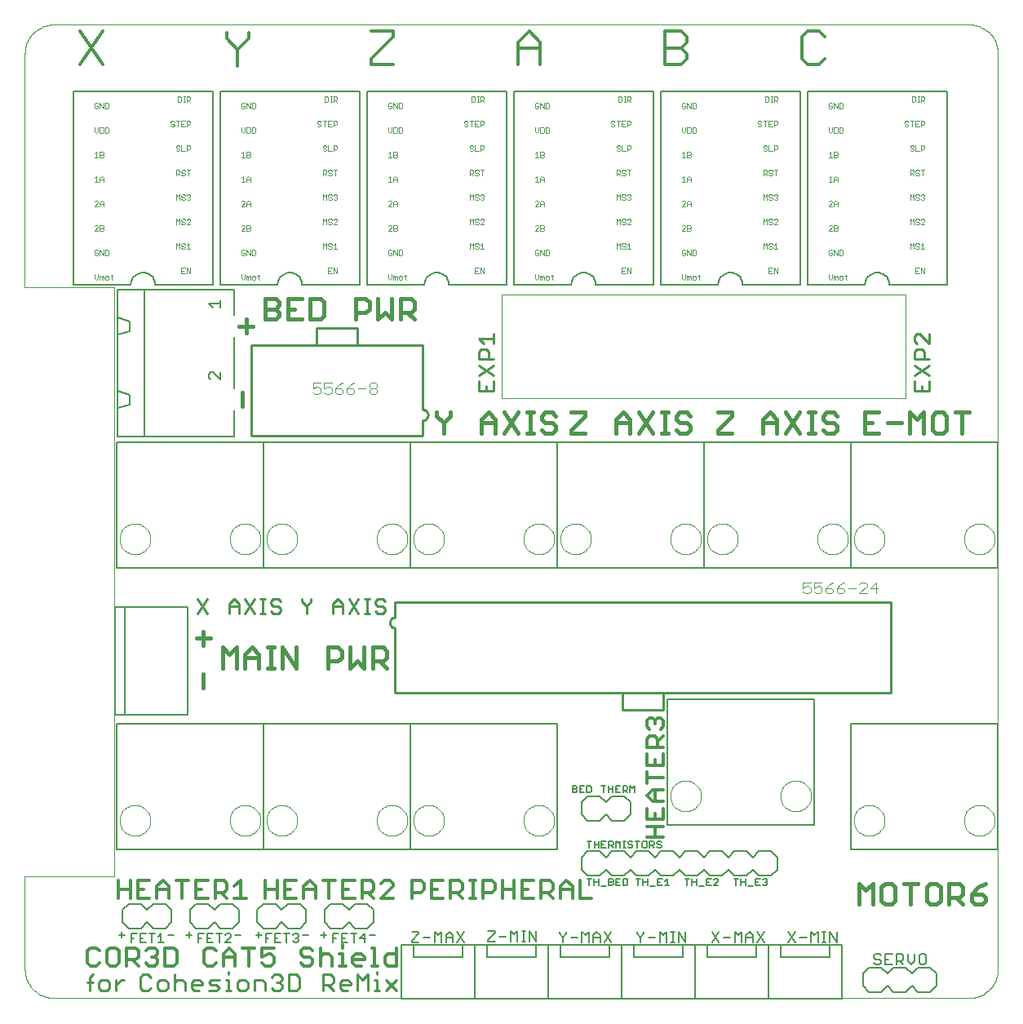
<source format=gto>
G75*
G70*
%OFA0B0*%
%FSLAX24Y24*%
%IPPOS*%
%LPD*%
%AMOC8*
5,1,8,0,0,1.08239X$1,22.5*
%
%ADD10C,0.0040*%
%ADD11C,0.0110*%
%ADD12C,0.0050*%
%ADD13C,0.0080*%
%ADD14C,0.0120*%
%ADD15C,0.0060*%
%ADD16C,0.0150*%
%ADD17C,0.0130*%
%ADD18C,0.0020*%
%ADD19C,0.0000*%
%ADD20C,0.0100*%
D10*
X001331Y000169D02*
X038733Y000169D01*
X038799Y000171D01*
X038865Y000176D01*
X038931Y000186D01*
X038996Y000199D01*
X039060Y000215D01*
X039123Y000235D01*
X039185Y000259D01*
X039245Y000286D01*
X039304Y000316D01*
X039361Y000350D01*
X039416Y000387D01*
X039469Y000427D01*
X039520Y000469D01*
X039568Y000515D01*
X039614Y000563D01*
X039656Y000614D01*
X039696Y000667D01*
X039733Y000722D01*
X039767Y000779D01*
X039797Y000838D01*
X039824Y000898D01*
X039848Y000960D01*
X039868Y001023D01*
X039884Y001087D01*
X039897Y001152D01*
X039907Y001218D01*
X039912Y001284D01*
X039914Y001350D01*
X039914Y038751D01*
X039912Y038817D01*
X039907Y038883D01*
X039897Y038949D01*
X039884Y039014D01*
X039868Y039078D01*
X039848Y039141D01*
X039824Y039203D01*
X039797Y039263D01*
X039767Y039322D01*
X039733Y039379D01*
X039696Y039434D01*
X039656Y039487D01*
X039614Y039538D01*
X039568Y039586D01*
X039520Y039632D01*
X039469Y039674D01*
X039416Y039714D01*
X039361Y039751D01*
X039304Y039785D01*
X039245Y039815D01*
X039185Y039842D01*
X039123Y039866D01*
X039060Y039886D01*
X038996Y039902D01*
X038931Y039915D01*
X038865Y039925D01*
X038799Y039930D01*
X038733Y039932D01*
X038733Y039933D02*
X001331Y039933D01*
X001331Y039932D02*
X001265Y039930D01*
X001199Y039925D01*
X001133Y039915D01*
X001068Y039902D01*
X001004Y039886D01*
X000941Y039866D01*
X000879Y039842D01*
X000819Y039815D01*
X000760Y039785D01*
X000703Y039751D01*
X000648Y039714D01*
X000595Y039674D01*
X000544Y039632D01*
X000496Y039586D01*
X000450Y039538D01*
X000408Y039487D01*
X000368Y039434D01*
X000331Y039379D01*
X000297Y039322D01*
X000267Y039263D01*
X000240Y039203D01*
X000216Y039141D01*
X000196Y039078D01*
X000180Y039014D01*
X000167Y038949D01*
X000157Y038883D01*
X000152Y038817D01*
X000150Y038751D01*
X000150Y029205D01*
X003792Y029205D01*
X003792Y005147D01*
X000150Y005147D01*
X000150Y001350D01*
X000152Y001284D01*
X000157Y001218D01*
X000167Y001152D01*
X000180Y001087D01*
X000196Y001023D01*
X000216Y000960D01*
X000240Y000898D01*
X000267Y000838D01*
X000297Y000779D01*
X000331Y000722D01*
X000368Y000667D01*
X000408Y000614D01*
X000450Y000563D01*
X000496Y000515D01*
X000544Y000469D01*
X000595Y000427D01*
X000648Y000387D01*
X000703Y000350D01*
X000760Y000316D01*
X000819Y000286D01*
X000879Y000259D01*
X000941Y000235D01*
X001004Y000215D01*
X001068Y000199D01*
X001133Y000186D01*
X001199Y000176D01*
X001265Y000171D01*
X001331Y000169D01*
X011997Y024839D02*
X011920Y024915D01*
X011997Y024839D02*
X012150Y024839D01*
X012227Y024915D01*
X012227Y025069D01*
X012150Y025146D01*
X012073Y025146D01*
X011920Y025069D01*
X011920Y025299D01*
X012227Y025299D01*
X012380Y025299D02*
X012380Y025069D01*
X012534Y025146D01*
X012611Y025146D01*
X012687Y025069D01*
X012687Y024915D01*
X012611Y024839D01*
X012457Y024839D01*
X012380Y024915D01*
X012380Y025299D02*
X012687Y025299D01*
X012841Y025069D02*
X013071Y025069D01*
X013148Y024992D01*
X013148Y024915D01*
X013071Y024839D01*
X012918Y024839D01*
X012841Y024915D01*
X012841Y025069D01*
X012994Y025222D01*
X013148Y025299D01*
X013301Y025069D02*
X013301Y024915D01*
X013378Y024839D01*
X013531Y024839D01*
X013608Y024915D01*
X013608Y024992D01*
X013531Y025069D01*
X013301Y025069D01*
X013455Y025222D01*
X013608Y025299D01*
X013762Y025069D02*
X014068Y025069D01*
X014222Y025146D02*
X014222Y025222D01*
X014299Y025299D01*
X014452Y025299D01*
X014529Y025222D01*
X014529Y025146D01*
X014452Y025069D01*
X014299Y025069D01*
X014222Y025146D01*
X014299Y025069D02*
X014222Y024992D01*
X014222Y024915D01*
X014299Y024839D01*
X014452Y024839D01*
X014529Y024915D01*
X014529Y024992D01*
X014452Y025069D01*
X019650Y024669D02*
X036150Y024669D01*
X036150Y028919D01*
X019650Y028919D01*
X019650Y024669D01*
X031947Y017149D02*
X031947Y016919D01*
X032101Y016996D01*
X032177Y016996D01*
X032254Y016919D01*
X032254Y016765D01*
X032177Y016689D01*
X032024Y016689D01*
X031947Y016765D01*
X031947Y017149D02*
X032254Y017149D01*
X032408Y017149D02*
X032408Y016919D01*
X032561Y016996D01*
X032638Y016996D01*
X032715Y016919D01*
X032715Y016765D01*
X032638Y016689D01*
X032484Y016689D01*
X032408Y016765D01*
X032408Y017149D02*
X032715Y017149D01*
X032868Y016919D02*
X033021Y017072D01*
X033175Y017149D01*
X033098Y016919D02*
X032868Y016919D01*
X032868Y016765D01*
X032945Y016689D01*
X033098Y016689D01*
X033175Y016765D01*
X033175Y016842D01*
X033098Y016919D01*
X033328Y016919D02*
X033559Y016919D01*
X033635Y016842D01*
X033635Y016765D01*
X033559Y016689D01*
X033405Y016689D01*
X033328Y016765D01*
X033328Y016919D01*
X033482Y017072D01*
X033635Y017149D01*
X033789Y016919D02*
X034096Y016919D01*
X034249Y017072D02*
X034326Y017149D01*
X034479Y017149D01*
X034556Y017072D01*
X034556Y016996D01*
X034249Y016689D01*
X034556Y016689D01*
X034710Y016919D02*
X034940Y017149D01*
X034940Y016689D01*
X035017Y016919D02*
X034710Y016919D01*
D11*
X036504Y024974D02*
X037095Y024974D01*
X037095Y025367D01*
X037095Y025618D02*
X036504Y026012D01*
X036504Y026263D02*
X036504Y026558D01*
X036603Y026657D01*
X036800Y026657D01*
X036898Y026558D01*
X036898Y026263D01*
X037095Y026263D02*
X036504Y026263D01*
X036603Y026907D02*
X036504Y027006D01*
X036504Y027203D01*
X036603Y027301D01*
X036701Y027301D01*
X037095Y026907D01*
X037095Y027301D01*
X037095Y026012D02*
X036504Y025618D01*
X036504Y025367D02*
X036504Y024974D01*
X036800Y024974D02*
X036800Y025171D01*
X019295Y024974D02*
X019295Y025367D01*
X019295Y025618D02*
X018704Y026012D01*
X018704Y026263D02*
X018704Y026558D01*
X018803Y026657D01*
X019000Y026657D01*
X019098Y026558D01*
X019098Y026263D01*
X019295Y026263D02*
X018704Y026263D01*
X019295Y026012D02*
X018704Y025618D01*
X018704Y025367D02*
X018704Y024974D01*
X019295Y024974D01*
X019000Y024974D02*
X019000Y025171D01*
X018901Y026907D02*
X018704Y027104D01*
X019295Y027104D01*
X019295Y026907D02*
X019295Y027301D01*
X014758Y016464D02*
X014561Y016464D01*
X014463Y016366D01*
X014463Y016267D01*
X014561Y016169D01*
X014758Y016169D01*
X014857Y016071D01*
X014857Y015972D01*
X014758Y015874D01*
X014561Y015874D01*
X014463Y015972D01*
X014230Y015874D02*
X014033Y015874D01*
X014132Y015874D02*
X014132Y016464D01*
X014230Y016464D02*
X014033Y016464D01*
X013782Y016464D02*
X013389Y015874D01*
X013138Y015874D02*
X013138Y016267D01*
X012941Y016464D01*
X012744Y016267D01*
X012744Y015874D01*
X012744Y016169D02*
X013138Y016169D01*
X013389Y016464D02*
X013782Y015874D01*
X014758Y016464D02*
X014857Y016366D01*
X011849Y016366D02*
X011849Y016464D01*
X011849Y016366D02*
X011652Y016169D01*
X011652Y015874D01*
X011652Y016169D02*
X011455Y016366D01*
X011455Y016464D01*
X010607Y016366D02*
X010508Y016464D01*
X010311Y016464D01*
X010213Y016366D01*
X010213Y016267D01*
X010311Y016169D01*
X010508Y016169D01*
X010607Y016071D01*
X010607Y015972D01*
X010508Y015874D01*
X010311Y015874D01*
X010213Y015972D01*
X009980Y015874D02*
X009783Y015874D01*
X009882Y015874D02*
X009882Y016464D01*
X009980Y016464D02*
X009783Y016464D01*
X009532Y016464D02*
X009139Y015874D01*
X008888Y015874D02*
X008888Y016267D01*
X008691Y016464D01*
X008494Y016267D01*
X008494Y015874D01*
X008494Y016169D02*
X008888Y016169D01*
X009139Y016464D02*
X009532Y015874D01*
X007599Y015874D02*
X007205Y016464D01*
X007599Y016464D02*
X007205Y015874D01*
X008462Y001233D02*
X008462Y001124D01*
X008462Y000907D02*
X008462Y000474D01*
X008354Y000474D02*
X008571Y000474D01*
X008821Y000582D02*
X008929Y000474D01*
X009146Y000474D01*
X009254Y000582D01*
X009254Y000799D01*
X009146Y000907D01*
X008929Y000907D01*
X008821Y000799D01*
X008821Y000582D01*
X008462Y000907D02*
X008354Y000907D01*
X008088Y000907D02*
X007763Y000907D01*
X007654Y000799D01*
X007763Y000691D01*
X007979Y000691D01*
X008088Y000582D01*
X007979Y000474D01*
X007654Y000474D01*
X007388Y000691D02*
X006954Y000691D01*
X006954Y000799D02*
X007063Y000907D01*
X007280Y000907D01*
X007388Y000799D01*
X007388Y000691D01*
X007280Y000474D02*
X007063Y000474D01*
X006954Y000582D01*
X006954Y000799D01*
X006688Y000799D02*
X006580Y000907D01*
X006363Y000907D01*
X006255Y000799D01*
X005989Y000799D02*
X005880Y000907D01*
X005663Y000907D01*
X005555Y000799D01*
X005555Y000582D01*
X005663Y000474D01*
X005880Y000474D01*
X005989Y000582D01*
X005989Y000799D01*
X006255Y001124D02*
X006255Y000474D01*
X006688Y000474D02*
X006688Y000799D01*
X005289Y000582D02*
X005180Y000474D01*
X004963Y000474D01*
X004855Y000582D01*
X004855Y001016D01*
X004963Y001124D01*
X005180Y001124D01*
X005289Y001016D01*
X004197Y000907D02*
X004088Y000907D01*
X003871Y000691D01*
X003871Y000907D02*
X003871Y000474D01*
X003605Y000582D02*
X003605Y000799D01*
X003497Y000907D01*
X003280Y000907D01*
X003172Y000799D01*
X003172Y000582D01*
X003280Y000474D01*
X003497Y000474D01*
X003605Y000582D01*
X002922Y000799D02*
X002705Y000799D01*
X002813Y001016D02*
X002813Y000474D01*
X002813Y001016D02*
X002922Y001124D01*
X009520Y000907D02*
X009520Y000474D01*
X009520Y000907D02*
X009846Y000907D01*
X009954Y000799D01*
X009954Y000474D01*
X010220Y000582D02*
X010329Y000474D01*
X010545Y000474D01*
X010654Y000582D01*
X010654Y000691D01*
X010545Y000799D01*
X010437Y000799D01*
X010545Y000799D02*
X010654Y000907D01*
X010654Y001016D01*
X010545Y001124D01*
X010329Y001124D01*
X010220Y001016D01*
X010920Y001124D02*
X010920Y000474D01*
X011245Y000474D01*
X011354Y000582D01*
X011354Y001016D01*
X011245Y001124D01*
X010920Y001124D01*
X012320Y001124D02*
X012320Y000474D01*
X012320Y000691D02*
X012645Y000691D01*
X012753Y000799D01*
X012753Y001016D01*
X012645Y001124D01*
X012320Y001124D01*
X012536Y000691D02*
X012753Y000474D01*
X013019Y000582D02*
X013019Y000799D01*
X013128Y000907D01*
X013345Y000907D01*
X013453Y000799D01*
X013453Y000691D01*
X013019Y000691D01*
X013019Y000582D02*
X013128Y000474D01*
X013345Y000474D01*
X013719Y000474D02*
X013719Y001124D01*
X013936Y000907D01*
X014153Y001124D01*
X014153Y000474D01*
X014419Y000474D02*
X014636Y000474D01*
X014527Y000474D02*
X014527Y000907D01*
X014419Y000907D01*
X014527Y001124D02*
X014527Y001233D01*
X014885Y000907D02*
X015319Y000474D01*
X015319Y000907D02*
X014885Y000474D01*
D12*
X015524Y000125D02*
X018524Y000125D01*
X021524Y000125D01*
X024524Y000125D01*
X027524Y000125D01*
X030524Y000125D01*
X033524Y000125D01*
X033524Y002325D01*
X033024Y002325D01*
X033024Y001825D01*
X031024Y001825D01*
X031024Y002325D01*
X033024Y002325D01*
X031024Y002325D02*
X030524Y002325D01*
X030524Y000125D01*
X030524Y002325D01*
X030024Y002325D01*
X030024Y001825D01*
X028024Y001825D01*
X028024Y002325D01*
X030024Y002325D01*
X028024Y002325D02*
X027524Y002325D01*
X027524Y000125D01*
X027524Y002325D01*
X027024Y002325D01*
X027024Y001825D01*
X025024Y001825D01*
X025024Y002325D01*
X027024Y002325D01*
X025024Y002325D02*
X024524Y002325D01*
X024524Y000125D01*
X024524Y002325D01*
X024024Y002325D01*
X024024Y001825D01*
X022024Y001825D01*
X022024Y002325D01*
X024024Y002325D01*
X022024Y002325D02*
X021524Y002325D01*
X021524Y000125D01*
X021524Y002325D01*
X021024Y002325D01*
X021024Y001825D01*
X019024Y001825D01*
X019024Y002325D01*
X021024Y002325D01*
X019024Y002325D02*
X018524Y002325D01*
X018524Y000125D01*
X018524Y002325D01*
X018024Y002325D01*
X018024Y001825D01*
X016024Y001825D01*
X016024Y002325D01*
X018024Y002325D01*
X016024Y002325D02*
X015524Y002325D01*
X015524Y000125D01*
X023212Y004768D02*
X023212Y005038D01*
X023122Y005038D02*
X023302Y005038D01*
X023416Y005038D02*
X023416Y004768D01*
X023416Y004903D02*
X023596Y004903D01*
X023596Y005038D02*
X023596Y004768D01*
X023711Y004723D02*
X023891Y004723D01*
X024006Y004768D02*
X024141Y004768D01*
X024186Y004813D01*
X024186Y004858D01*
X024141Y004903D01*
X024006Y004903D01*
X024141Y004903D02*
X024186Y004948D01*
X024186Y004993D01*
X024141Y005038D01*
X024006Y005038D01*
X024006Y004768D01*
X024300Y004768D02*
X024300Y005038D01*
X024480Y005038D01*
X024595Y005038D02*
X024595Y004768D01*
X024730Y004768D01*
X024775Y004813D01*
X024775Y004993D01*
X024730Y005038D01*
X024595Y005038D01*
X024390Y004903D02*
X024300Y004903D01*
X024300Y004768D02*
X024480Y004768D01*
X025122Y005038D02*
X025302Y005038D01*
X025212Y005038D02*
X025212Y004768D01*
X025416Y004768D02*
X025416Y005038D01*
X025416Y004903D02*
X025596Y004903D01*
X025596Y005038D02*
X025596Y004768D01*
X025711Y004723D02*
X025891Y004723D01*
X026006Y004768D02*
X026186Y004768D01*
X026300Y004768D02*
X026480Y004768D01*
X026390Y004768D02*
X026390Y005038D01*
X026300Y004948D01*
X026186Y005038D02*
X026006Y005038D01*
X026006Y004768D01*
X026006Y004903D02*
X026096Y004903D01*
X027122Y005038D02*
X027302Y005038D01*
X027212Y005038D02*
X027212Y004768D01*
X027416Y004768D02*
X027416Y005038D01*
X027416Y004903D02*
X027596Y004903D01*
X027596Y005038D02*
X027596Y004768D01*
X027711Y004723D02*
X027891Y004723D01*
X028006Y004768D02*
X028186Y004768D01*
X028300Y004768D02*
X028480Y004948D01*
X028480Y004993D01*
X028435Y005038D01*
X028345Y005038D01*
X028300Y004993D01*
X028186Y005038D02*
X028006Y005038D01*
X028006Y004768D01*
X028006Y004903D02*
X028096Y004903D01*
X028300Y004768D02*
X028480Y004768D01*
X029122Y005038D02*
X029302Y005038D01*
X029212Y005038D02*
X029212Y004768D01*
X029416Y004768D02*
X029416Y005038D01*
X029416Y004903D02*
X029596Y004903D01*
X029596Y005038D02*
X029596Y004768D01*
X029711Y004723D02*
X029891Y004723D01*
X030006Y004768D02*
X030186Y004768D01*
X030300Y004813D02*
X030345Y004768D01*
X030435Y004768D01*
X030480Y004813D01*
X030480Y004858D01*
X030435Y004903D01*
X030390Y004903D01*
X030435Y004903D02*
X030480Y004948D01*
X030480Y004993D01*
X030435Y005038D01*
X030345Y005038D01*
X030300Y004993D01*
X030186Y005038D02*
X030006Y005038D01*
X030006Y004768D01*
X030006Y004903D02*
X030096Y004903D01*
X026153Y006352D02*
X026108Y006307D01*
X026018Y006307D01*
X025973Y006352D01*
X026018Y006442D02*
X026108Y006442D01*
X026153Y006397D01*
X026153Y006352D01*
X026018Y006442D02*
X025973Y006487D01*
X025973Y006532D01*
X026018Y006577D01*
X026108Y006577D01*
X026153Y006532D01*
X025858Y006532D02*
X025858Y006442D01*
X025813Y006397D01*
X025678Y006397D01*
X025768Y006397D02*
X025858Y006307D01*
X025678Y006307D02*
X025678Y006577D01*
X025813Y006577D01*
X025858Y006532D01*
X025563Y006532D02*
X025563Y006352D01*
X025518Y006307D01*
X025428Y006307D01*
X025383Y006352D01*
X025383Y006532D01*
X025428Y006577D01*
X025518Y006577D01*
X025563Y006532D01*
X025269Y006577D02*
X025089Y006577D01*
X025179Y006577D02*
X025179Y006307D01*
X024974Y006352D02*
X024929Y006307D01*
X024839Y006307D01*
X024794Y006352D01*
X024839Y006442D02*
X024929Y006442D01*
X024974Y006397D01*
X024974Y006352D01*
X024839Y006442D02*
X024794Y006487D01*
X024794Y006532D01*
X024839Y006577D01*
X024929Y006577D01*
X024974Y006532D01*
X024688Y006577D02*
X024598Y006577D01*
X024643Y006577D02*
X024643Y006307D01*
X024598Y006307D02*
X024688Y006307D01*
X024483Y006307D02*
X024483Y006577D01*
X024393Y006487D01*
X024303Y006577D01*
X024303Y006307D01*
X024188Y006307D02*
X024098Y006397D01*
X024143Y006397D02*
X024008Y006397D01*
X024008Y006307D02*
X024008Y006577D01*
X024143Y006577D01*
X024188Y006532D01*
X024188Y006442D01*
X024143Y006397D01*
X023894Y006307D02*
X023714Y006307D01*
X023714Y006577D01*
X023894Y006577D01*
X023804Y006442D02*
X023714Y006442D01*
X023599Y006442D02*
X023419Y006442D01*
X023419Y006307D02*
X023419Y006577D01*
X023304Y006577D02*
X023124Y006577D01*
X023214Y006577D02*
X023214Y006307D01*
X023599Y006307D02*
X023599Y006577D01*
X023793Y008557D02*
X023793Y008827D01*
X023703Y008827D02*
X023883Y008827D01*
X023998Y008827D02*
X023998Y008557D01*
X023998Y008692D02*
X024178Y008692D01*
X024292Y008692D02*
X024382Y008692D01*
X024292Y008827D02*
X024292Y008557D01*
X024472Y008557D01*
X024587Y008557D02*
X024587Y008827D01*
X024722Y008827D01*
X024767Y008782D01*
X024767Y008692D01*
X024722Y008647D01*
X024587Y008647D01*
X024677Y008647D02*
X024767Y008557D01*
X024882Y008557D02*
X024882Y008827D01*
X024972Y008737D01*
X025062Y008827D01*
X025062Y008557D01*
X024472Y008827D02*
X024292Y008827D01*
X024178Y008827D02*
X024178Y008557D01*
X023294Y008602D02*
X023294Y008782D01*
X023249Y008827D01*
X023114Y008827D01*
X023114Y008557D01*
X023249Y008557D01*
X023294Y008602D01*
X022999Y008557D02*
X022819Y008557D01*
X022819Y008827D01*
X022999Y008827D01*
X022909Y008692D02*
X022819Y008692D01*
X022704Y008737D02*
X022659Y008692D01*
X022524Y008692D01*
X022524Y008827D02*
X022659Y008827D01*
X022704Y008782D01*
X022704Y008737D01*
X022659Y008692D02*
X022704Y008647D01*
X022704Y008602D01*
X022659Y008557D01*
X022524Y008557D01*
X022524Y008827D01*
X008125Y025421D02*
X007825Y025721D01*
X007750Y025721D01*
X007675Y025646D01*
X007675Y025496D01*
X007750Y025421D01*
X008125Y025421D02*
X008125Y025721D01*
X008125Y028371D02*
X008125Y028671D01*
X008125Y028521D02*
X007675Y028521D01*
X007825Y028371D01*
D13*
X009900Y022856D02*
X003900Y022856D01*
X003900Y017738D01*
X009900Y017738D01*
X015900Y017738D01*
X021900Y017738D01*
X027900Y017738D01*
X033900Y017738D01*
X039900Y017738D01*
X039900Y022856D01*
X033900Y022856D01*
X033900Y017738D01*
X033900Y022856D01*
X027900Y022856D01*
X027900Y017738D01*
X027900Y022856D01*
X021900Y022856D01*
X021900Y017738D01*
X021900Y022856D01*
X015900Y022856D01*
X015900Y017738D01*
X015900Y022856D01*
X009900Y022856D01*
X009900Y017738D01*
X009900Y022856D01*
X006804Y016139D02*
X004244Y016139D01*
X004244Y011730D01*
X003851Y011730D01*
X003851Y016139D01*
X004244Y016139D01*
X006804Y016139D02*
X006804Y011730D01*
X004244Y011730D01*
X003900Y011356D02*
X003900Y006238D01*
X009900Y006238D01*
X015900Y006238D01*
X021900Y006238D01*
X021900Y011356D01*
X015900Y011356D01*
X015900Y006238D01*
X015900Y011356D01*
X009900Y011356D01*
X009900Y006238D01*
X009900Y011356D01*
X003900Y011356D01*
X004400Y004019D02*
X004150Y003769D01*
X004150Y003269D01*
X004400Y003019D01*
X004900Y003019D01*
X005150Y003269D01*
X005400Y003019D01*
X005900Y003019D01*
X006150Y003269D01*
X006150Y003769D01*
X005900Y004019D01*
X005400Y004019D01*
X005150Y003769D01*
X004900Y004019D01*
X004400Y004019D01*
X006900Y003769D02*
X006900Y003269D01*
X007150Y003019D01*
X007650Y003019D01*
X007900Y003269D01*
X008150Y003019D01*
X008650Y003019D01*
X008900Y003269D01*
X008900Y003769D01*
X008650Y004019D01*
X008150Y004019D01*
X007900Y003769D01*
X007650Y004019D01*
X007150Y004019D01*
X006900Y003769D01*
X009650Y003769D02*
X009650Y003269D01*
X009900Y003019D01*
X010400Y003019D01*
X010650Y003269D01*
X010900Y003019D01*
X011400Y003019D01*
X011650Y003269D01*
X011650Y003769D01*
X011400Y004019D01*
X010900Y004019D01*
X010650Y003769D01*
X010400Y004019D01*
X009900Y004019D01*
X009650Y003769D01*
X012400Y003769D02*
X012400Y003269D01*
X012650Y003019D01*
X013150Y003019D01*
X013400Y003269D01*
X013650Y003019D01*
X014150Y003019D01*
X014400Y003269D01*
X014400Y003769D01*
X014150Y004019D01*
X013650Y004019D01*
X013400Y003769D01*
X013150Y004019D01*
X012650Y004019D01*
X012400Y003769D01*
X015971Y002863D02*
X016251Y002863D01*
X016251Y002793D01*
X015971Y002513D01*
X015971Y002443D01*
X016251Y002443D01*
X016431Y002653D02*
X016711Y002653D01*
X016891Y002443D02*
X016891Y002863D01*
X017032Y002723D01*
X017172Y002863D01*
X017172Y002443D01*
X017352Y002443D02*
X017352Y002723D01*
X017492Y002863D01*
X017632Y002723D01*
X017632Y002443D01*
X017812Y002443D02*
X018093Y002863D01*
X017812Y002863D02*
X018093Y002443D01*
X017632Y002653D02*
X017352Y002653D01*
X019075Y002544D02*
X019075Y002474D01*
X019356Y002474D01*
X019536Y002684D02*
X019816Y002684D01*
X019996Y002474D02*
X019996Y002895D01*
X020136Y002754D01*
X020276Y002895D01*
X020276Y002474D01*
X020457Y002474D02*
X020597Y002474D01*
X020527Y002474D02*
X020527Y002895D01*
X020457Y002895D02*
X020597Y002895D01*
X020764Y002895D02*
X021044Y002474D01*
X021044Y002895D01*
X020764Y002895D02*
X020764Y002474D01*
X021991Y002793D02*
X022131Y002653D01*
X022131Y002443D01*
X022131Y002653D02*
X022272Y002793D01*
X022272Y002863D01*
X022452Y002653D02*
X022732Y002653D01*
X022912Y002443D02*
X022912Y002863D01*
X023052Y002723D01*
X023192Y002863D01*
X023192Y002443D01*
X023373Y002443D02*
X023373Y002723D01*
X023513Y002863D01*
X023653Y002723D01*
X023653Y002443D01*
X023833Y002443D02*
X024113Y002863D01*
X023833Y002863D02*
X024113Y002443D01*
X023653Y002653D02*
X023373Y002653D01*
X021991Y002793D02*
X021991Y002863D01*
X023150Y005169D02*
X023650Y005169D01*
X023900Y005419D01*
X024150Y005169D01*
X024650Y005169D01*
X024900Y005419D01*
X025150Y005169D01*
X025650Y005169D01*
X025900Y005419D01*
X026150Y005169D01*
X026650Y005169D01*
X026900Y005419D01*
X027150Y005169D01*
X027650Y005169D01*
X027900Y005419D01*
X028150Y005169D01*
X028650Y005169D01*
X028900Y005419D01*
X029150Y005169D01*
X029650Y005169D01*
X029900Y005419D01*
X030150Y005169D01*
X030650Y005169D01*
X030900Y005419D01*
X030900Y005919D01*
X030650Y006169D01*
X030150Y006169D01*
X029900Y005919D01*
X029650Y006169D01*
X029150Y006169D01*
X028900Y005919D01*
X028650Y006169D01*
X028150Y006169D01*
X027900Y005919D01*
X027650Y006169D01*
X027150Y006169D01*
X026900Y005919D01*
X026650Y006169D01*
X026150Y006169D01*
X025900Y005919D01*
X025650Y006169D01*
X025150Y006169D01*
X024900Y005919D01*
X024650Y006169D01*
X024150Y006169D01*
X023900Y005919D01*
X023650Y006169D01*
X023150Y006169D01*
X022900Y005919D01*
X022900Y005419D01*
X023150Y005169D01*
X025167Y002863D02*
X025167Y002793D01*
X025307Y002653D01*
X025307Y002443D01*
X025307Y002653D02*
X025448Y002793D01*
X025448Y002863D01*
X025628Y002653D02*
X025908Y002653D01*
X026088Y002443D02*
X026088Y002863D01*
X026228Y002723D01*
X026368Y002863D01*
X026368Y002443D01*
X026549Y002443D02*
X026689Y002443D01*
X026619Y002443D02*
X026619Y002863D01*
X026549Y002863D02*
X026689Y002863D01*
X026855Y002863D02*
X027136Y002443D01*
X027136Y002863D01*
X026855Y002863D02*
X026855Y002443D01*
X028231Y002443D02*
X028511Y002863D01*
X028691Y002653D02*
X028971Y002653D01*
X029152Y002443D02*
X029152Y002863D01*
X029292Y002723D01*
X029432Y002863D01*
X029432Y002443D01*
X029612Y002443D02*
X029612Y002723D01*
X029752Y002863D01*
X029892Y002723D01*
X029892Y002443D01*
X030072Y002443D02*
X030353Y002863D01*
X030072Y002863D02*
X030353Y002443D01*
X029892Y002653D02*
X029612Y002653D01*
X028511Y002443D02*
X028231Y002863D01*
X031351Y002863D02*
X031631Y002443D01*
X031811Y002653D02*
X032091Y002653D01*
X032271Y002443D02*
X032271Y002863D01*
X032411Y002723D01*
X032552Y002863D01*
X032552Y002443D01*
X032732Y002443D02*
X032872Y002443D01*
X032802Y002443D02*
X032802Y002863D01*
X032732Y002863D02*
X032872Y002863D01*
X033039Y002863D02*
X033319Y002443D01*
X033319Y002863D01*
X033039Y002863D02*
X033039Y002443D01*
X031631Y002863D02*
X031351Y002443D01*
X034400Y001169D02*
X034400Y000669D01*
X034650Y000419D01*
X035150Y000419D01*
X035400Y000669D01*
X035650Y000419D01*
X036150Y000419D01*
X036400Y000669D01*
X036650Y000419D01*
X037150Y000419D01*
X037400Y000669D01*
X037400Y001169D01*
X037150Y001419D01*
X036650Y001419D01*
X036400Y001169D01*
X036150Y001419D01*
X035650Y001419D01*
X035400Y001169D01*
X035150Y001419D01*
X034650Y001419D01*
X034400Y001169D01*
X034847Y001613D02*
X034917Y001543D01*
X035057Y001543D01*
X035127Y001613D01*
X035127Y001683D01*
X035057Y001753D01*
X034917Y001753D01*
X034847Y001823D01*
X034847Y001893D01*
X034917Y001963D01*
X035057Y001963D01*
X035127Y001893D01*
X035307Y001963D02*
X035307Y001543D01*
X035588Y001543D01*
X035768Y001543D02*
X035768Y001963D01*
X035978Y001963D01*
X036048Y001893D01*
X036048Y001753D01*
X035978Y001683D01*
X035768Y001683D01*
X035908Y001683D02*
X036048Y001543D01*
X036228Y001683D02*
X036368Y001543D01*
X036509Y001683D01*
X036509Y001963D01*
X036689Y001893D02*
X036689Y001613D01*
X036759Y001543D01*
X036899Y001543D01*
X036969Y001613D01*
X036969Y001893D01*
X036899Y001963D01*
X036759Y001963D01*
X036689Y001893D01*
X036228Y001963D02*
X036228Y001683D01*
X035588Y001963D02*
X035307Y001963D01*
X035307Y001753D02*
X035448Y001753D01*
X033900Y006238D02*
X039900Y006238D01*
X039900Y011356D01*
X033900Y011356D01*
X033900Y006238D01*
X032400Y007238D02*
X032400Y012356D01*
X026400Y012356D01*
X026400Y007238D01*
X032400Y007238D01*
X024900Y007669D02*
X024650Y007419D01*
X024150Y007419D01*
X023900Y007669D01*
X023650Y007419D01*
X023150Y007419D01*
X022900Y007669D01*
X022900Y008169D01*
X023150Y008419D01*
X023650Y008419D01*
X023900Y008169D01*
X024150Y008419D01*
X024650Y008419D01*
X024900Y008169D01*
X024900Y007669D01*
X019356Y002895D02*
X019356Y002825D01*
X019075Y002544D01*
X019075Y002895D02*
X019356Y002895D01*
D14*
X025559Y006729D02*
X026240Y006729D01*
X025900Y006729D02*
X025900Y007182D01*
X025900Y007465D02*
X025900Y007692D01*
X026240Y007465D02*
X025559Y007465D01*
X025559Y007919D01*
X025786Y008202D02*
X025559Y008429D01*
X025786Y008656D01*
X026240Y008656D01*
X025900Y008656D02*
X025900Y008202D01*
X025786Y008202D02*
X026240Y008202D01*
X026240Y007919D02*
X026240Y007465D01*
X026240Y007182D02*
X025559Y007182D01*
X025559Y008939D02*
X025559Y009392D01*
X025559Y009165D02*
X026240Y009165D01*
X026240Y009675D02*
X026240Y010129D01*
X026240Y010412D02*
X025559Y010412D01*
X025559Y010752D01*
X025673Y010866D01*
X025900Y010866D01*
X026013Y010752D01*
X026013Y010412D01*
X026013Y010639D02*
X026240Y010866D01*
X026127Y011149D02*
X026240Y011262D01*
X026240Y011489D01*
X026127Y011602D01*
X026013Y011602D01*
X025900Y011489D01*
X025900Y011375D01*
X025900Y011489D02*
X025786Y011602D01*
X025673Y011602D01*
X025559Y011489D01*
X025559Y011262D01*
X025673Y011149D01*
X025559Y010129D02*
X025559Y009675D01*
X026240Y009675D01*
X025900Y009675D02*
X025900Y009902D01*
X026291Y038291D02*
X026982Y038291D01*
X027212Y038521D01*
X027212Y038752D01*
X026982Y038982D01*
X026291Y038982D01*
X026982Y038982D02*
X027212Y039212D01*
X027212Y039442D01*
X026982Y039672D01*
X026291Y039672D01*
X026291Y038291D01*
X021212Y038291D02*
X021212Y039212D01*
X020752Y039672D01*
X020291Y039212D01*
X020291Y038291D01*
X020291Y038982D02*
X021212Y038982D01*
X015212Y039442D02*
X014291Y038521D01*
X014291Y038291D01*
X015212Y038291D01*
X015212Y039442D02*
X015212Y039672D01*
X014291Y039672D01*
X009306Y039610D02*
X009306Y039380D01*
X008845Y038919D01*
X008845Y038229D01*
X008845Y038919D02*
X008385Y039380D01*
X008385Y039610D01*
X003337Y039672D02*
X002416Y038291D01*
X003337Y038291D02*
X002416Y039672D01*
X031916Y039442D02*
X031916Y038521D01*
X032146Y038291D01*
X032607Y038291D01*
X032837Y038521D01*
X032837Y039442D02*
X032607Y039672D01*
X032146Y039672D01*
X031916Y039442D01*
D15*
X031828Y037200D02*
X031828Y029300D01*
X029478Y029300D01*
X029476Y029344D01*
X029470Y029387D01*
X029461Y029429D01*
X029448Y029471D01*
X029431Y029511D01*
X029411Y029550D01*
X029388Y029587D01*
X029361Y029621D01*
X029332Y029654D01*
X029299Y029683D01*
X029265Y029710D01*
X029228Y029733D01*
X029189Y029753D01*
X029149Y029770D01*
X029107Y029783D01*
X029065Y029792D01*
X029022Y029798D01*
X028978Y029800D01*
X028934Y029798D01*
X028891Y029792D01*
X028849Y029783D01*
X028807Y029770D01*
X028767Y029753D01*
X028728Y029733D01*
X028691Y029710D01*
X028657Y029683D01*
X028624Y029654D01*
X028595Y029621D01*
X028568Y029587D01*
X028545Y029550D01*
X028525Y029511D01*
X028508Y029471D01*
X028495Y029429D01*
X028486Y029387D01*
X028480Y029344D01*
X028478Y029300D01*
X026128Y029300D01*
X026128Y037200D01*
X031828Y037200D01*
X032128Y037200D02*
X032128Y029300D01*
X034478Y029300D01*
X034480Y029344D01*
X034486Y029387D01*
X034495Y029429D01*
X034508Y029471D01*
X034525Y029511D01*
X034545Y029550D01*
X034568Y029587D01*
X034595Y029621D01*
X034624Y029654D01*
X034657Y029683D01*
X034691Y029710D01*
X034728Y029733D01*
X034767Y029753D01*
X034807Y029770D01*
X034849Y029783D01*
X034891Y029792D01*
X034934Y029798D01*
X034978Y029800D01*
X035022Y029798D01*
X035065Y029792D01*
X035107Y029783D01*
X035149Y029770D01*
X035189Y029753D01*
X035228Y029733D01*
X035265Y029710D01*
X035299Y029683D01*
X035332Y029654D01*
X035361Y029621D01*
X035388Y029587D01*
X035411Y029550D01*
X035431Y029511D01*
X035448Y029471D01*
X035461Y029429D01*
X035470Y029387D01*
X035476Y029344D01*
X035478Y029300D01*
X037828Y029300D01*
X037828Y037200D01*
X032128Y037200D01*
X025828Y037200D02*
X025828Y029300D01*
X023478Y029300D01*
X023476Y029344D01*
X023470Y029387D01*
X023461Y029429D01*
X023448Y029471D01*
X023431Y029511D01*
X023411Y029550D01*
X023388Y029587D01*
X023361Y029621D01*
X023332Y029654D01*
X023299Y029683D01*
X023265Y029710D01*
X023228Y029733D01*
X023189Y029753D01*
X023149Y029770D01*
X023107Y029783D01*
X023065Y029792D01*
X023022Y029798D01*
X022978Y029800D01*
X022934Y029798D01*
X022891Y029792D01*
X022849Y029783D01*
X022807Y029770D01*
X022767Y029753D01*
X022728Y029733D01*
X022691Y029710D01*
X022657Y029683D01*
X022624Y029654D01*
X022595Y029621D01*
X022568Y029587D01*
X022545Y029550D01*
X022525Y029511D01*
X022508Y029471D01*
X022495Y029429D01*
X022486Y029387D01*
X022480Y029344D01*
X022478Y029300D01*
X020128Y029300D01*
X020128Y037200D01*
X025828Y037200D01*
X019828Y037200D02*
X019828Y029300D01*
X017478Y029300D01*
X017476Y029344D01*
X017470Y029387D01*
X017461Y029429D01*
X017448Y029471D01*
X017431Y029511D01*
X017411Y029550D01*
X017388Y029587D01*
X017361Y029621D01*
X017332Y029654D01*
X017299Y029683D01*
X017265Y029710D01*
X017228Y029733D01*
X017189Y029753D01*
X017149Y029770D01*
X017107Y029783D01*
X017065Y029792D01*
X017022Y029798D01*
X016978Y029800D01*
X016934Y029798D01*
X016891Y029792D01*
X016849Y029783D01*
X016807Y029770D01*
X016767Y029753D01*
X016728Y029733D01*
X016691Y029710D01*
X016657Y029683D01*
X016624Y029654D01*
X016595Y029621D01*
X016568Y029587D01*
X016545Y029550D01*
X016525Y029511D01*
X016508Y029471D01*
X016495Y029429D01*
X016486Y029387D01*
X016480Y029344D01*
X016478Y029300D01*
X014128Y029300D01*
X014128Y037200D01*
X019828Y037200D01*
X013828Y037200D02*
X013828Y029300D01*
X011478Y029300D01*
X011476Y029344D01*
X011470Y029387D01*
X011461Y029429D01*
X011448Y029471D01*
X011431Y029511D01*
X011411Y029550D01*
X011388Y029587D01*
X011361Y029621D01*
X011332Y029654D01*
X011299Y029683D01*
X011265Y029710D01*
X011228Y029733D01*
X011189Y029753D01*
X011149Y029770D01*
X011107Y029783D01*
X011065Y029792D01*
X011022Y029798D01*
X010978Y029800D01*
X010934Y029798D01*
X010891Y029792D01*
X010849Y029783D01*
X010807Y029770D01*
X010767Y029753D01*
X010728Y029733D01*
X010691Y029710D01*
X010657Y029683D01*
X010624Y029654D01*
X010595Y029621D01*
X010568Y029587D01*
X010545Y029550D01*
X010525Y029511D01*
X010508Y029471D01*
X010495Y029429D01*
X010486Y029387D01*
X010480Y029344D01*
X010478Y029300D01*
X008128Y029300D01*
X008128Y037200D01*
X013828Y037200D01*
X007831Y037200D02*
X007831Y029300D01*
X005481Y029300D01*
X005050Y029106D02*
X003950Y029106D01*
X003950Y023106D01*
X005050Y023106D01*
X008700Y023106D01*
X008700Y024156D01*
X008700Y025056D02*
X008700Y027156D01*
X008700Y028056D02*
X008700Y029106D01*
X005050Y029106D01*
X005050Y023106D01*
X004450Y024406D02*
X003950Y024256D01*
X003950Y024956D02*
X004450Y024806D01*
X004450Y024406D01*
X003950Y027256D02*
X004450Y027406D01*
X004450Y027806D01*
X003950Y027956D01*
X004481Y029300D02*
X002131Y029300D01*
X002131Y037200D01*
X007831Y037200D01*
X005481Y029300D02*
X005479Y029344D01*
X005473Y029387D01*
X005464Y029429D01*
X005451Y029471D01*
X005434Y029511D01*
X005414Y029550D01*
X005391Y029587D01*
X005364Y029621D01*
X005335Y029654D01*
X005302Y029683D01*
X005268Y029710D01*
X005231Y029733D01*
X005192Y029753D01*
X005152Y029770D01*
X005110Y029783D01*
X005068Y029792D01*
X005025Y029798D01*
X004981Y029800D01*
X004937Y029798D01*
X004894Y029792D01*
X004852Y029783D01*
X004810Y029770D01*
X004770Y029753D01*
X004731Y029733D01*
X004694Y029710D01*
X004660Y029683D01*
X004627Y029654D01*
X004598Y029621D01*
X004571Y029587D01*
X004548Y029550D01*
X004528Y029511D01*
X004511Y029471D01*
X004498Y029429D01*
X004489Y029387D01*
X004483Y029344D01*
X004481Y029300D01*
X004106Y002857D02*
X004106Y002630D01*
X003993Y002744D02*
X004219Y002744D01*
X004493Y002789D02*
X004719Y002789D01*
X004861Y002789D02*
X004861Y002449D01*
X005088Y002449D01*
X004974Y002619D02*
X004861Y002619D01*
X004861Y002789D02*
X005088Y002789D01*
X005229Y002789D02*
X005456Y002789D01*
X005343Y002789D02*
X005343Y002449D01*
X005597Y002449D02*
X005824Y002449D01*
X005711Y002449D02*
X005711Y002789D01*
X005597Y002676D01*
X005993Y002744D02*
X006219Y002744D01*
X006743Y002744D02*
X006969Y002744D01*
X006856Y002857D02*
X006856Y002630D01*
X007243Y002619D02*
X007356Y002619D01*
X007243Y002789D02*
X007469Y002789D01*
X007611Y002789D02*
X007611Y002449D01*
X007838Y002449D01*
X007724Y002619D02*
X007611Y002619D01*
X007611Y002789D02*
X007838Y002789D01*
X007979Y002789D02*
X008206Y002789D01*
X008093Y002789D02*
X008093Y002449D01*
X008347Y002449D02*
X008574Y002676D01*
X008574Y002732D01*
X008518Y002789D01*
X008404Y002789D01*
X008347Y002732D01*
X008347Y002449D02*
X008574Y002449D01*
X008743Y002744D02*
X008969Y002744D01*
X009593Y002744D02*
X009819Y002744D01*
X009706Y002857D02*
X009706Y002630D01*
X009993Y002619D02*
X010106Y002619D01*
X009993Y002789D02*
X010219Y002789D01*
X010361Y002789D02*
X010361Y002449D01*
X010588Y002449D01*
X010474Y002619D02*
X010361Y002619D01*
X010361Y002789D02*
X010588Y002789D01*
X010729Y002789D02*
X010956Y002789D01*
X010843Y002789D02*
X010843Y002449D01*
X011097Y002505D02*
X011154Y002449D01*
X011268Y002449D01*
X011324Y002505D01*
X011324Y002562D01*
X011268Y002619D01*
X011211Y002619D01*
X011268Y002619D02*
X011324Y002676D01*
X011324Y002732D01*
X011268Y002789D01*
X011154Y002789D01*
X011097Y002732D01*
X011493Y002744D02*
X011719Y002744D01*
X012243Y002744D02*
X012469Y002744D01*
X012356Y002857D02*
X012356Y002630D01*
X012743Y002619D02*
X012856Y002619D01*
X012743Y002789D02*
X012969Y002789D01*
X013111Y002789D02*
X013111Y002449D01*
X013338Y002449D01*
X013224Y002619D02*
X013111Y002619D01*
X013111Y002789D02*
X013338Y002789D01*
X013479Y002789D02*
X013706Y002789D01*
X013593Y002789D02*
X013593Y002449D01*
X013847Y002619D02*
X014074Y002619D01*
X014018Y002789D02*
X013847Y002619D01*
X014018Y002449D02*
X014018Y002789D01*
X014243Y002744D02*
X014469Y002744D01*
X012743Y002789D02*
X012743Y002449D01*
X009993Y002449D02*
X009993Y002789D01*
X007243Y002789D02*
X007243Y002449D01*
X004606Y002619D02*
X004493Y002619D01*
X004493Y002449D02*
X004493Y002789D01*
D16*
X007450Y012823D02*
X007450Y013390D01*
X008225Y013644D02*
X008225Y014494D01*
X008509Y014211D01*
X008792Y014494D01*
X008792Y013644D01*
X009146Y013644D02*
X009146Y014211D01*
X009429Y014494D01*
X009713Y014211D01*
X009713Y013644D01*
X010067Y013644D02*
X010350Y013644D01*
X010208Y013644D02*
X010208Y014494D01*
X010067Y014494D02*
X010350Y014494D01*
X010680Y014494D02*
X011248Y013644D01*
X011248Y014494D01*
X010680Y014494D02*
X010680Y013644D01*
X009713Y014069D02*
X009146Y014069D01*
X007733Y014857D02*
X007166Y014857D01*
X007450Y015140D02*
X007450Y014573D01*
X012522Y014494D02*
X012522Y013644D01*
X012522Y013927D02*
X012947Y013927D01*
X013089Y014069D01*
X013089Y014353D01*
X012947Y014494D01*
X012522Y014494D01*
X013443Y014494D02*
X013443Y013644D01*
X013726Y013927D01*
X014010Y013644D01*
X014010Y014494D01*
X014364Y014494D02*
X014789Y014494D01*
X014931Y014353D01*
X014931Y014069D01*
X014789Y013927D01*
X014364Y013927D01*
X014647Y013927D02*
X014931Y013644D01*
X014364Y013644D02*
X014364Y014494D01*
X017259Y023244D02*
X017259Y023669D01*
X017542Y023953D01*
X017542Y024094D01*
X017259Y023669D02*
X016975Y023953D01*
X016975Y024094D01*
X018817Y023811D02*
X018817Y023244D01*
X018817Y023669D02*
X019384Y023669D01*
X019384Y023811D02*
X019100Y024094D01*
X018817Y023811D01*
X019384Y023811D02*
X019384Y023244D01*
X019737Y023244D02*
X020305Y024094D01*
X020658Y024094D02*
X020942Y024094D01*
X020800Y024094D02*
X020800Y023244D01*
X020658Y023244D02*
X020942Y023244D01*
X021272Y023386D02*
X021414Y023244D01*
X021697Y023244D01*
X021839Y023386D01*
X021839Y023527D01*
X021697Y023669D01*
X021414Y023669D01*
X021272Y023811D01*
X021272Y023953D01*
X021414Y024094D01*
X021697Y024094D01*
X021839Y023953D01*
X022475Y024094D02*
X023042Y024094D01*
X023042Y023953D01*
X022475Y023386D01*
X022475Y023244D01*
X023042Y023244D01*
X024317Y023244D02*
X024317Y023811D01*
X024600Y024094D01*
X024884Y023811D01*
X024884Y023244D01*
X025237Y023244D02*
X025805Y024094D01*
X026158Y024094D02*
X026442Y024094D01*
X026300Y024094D02*
X026300Y023244D01*
X026158Y023244D02*
X026442Y023244D01*
X026772Y023386D02*
X026914Y023244D01*
X027197Y023244D01*
X027339Y023386D01*
X027339Y023527D01*
X027197Y023669D01*
X026914Y023669D01*
X026772Y023811D01*
X026772Y023953D01*
X026914Y024094D01*
X027197Y024094D01*
X027339Y023953D01*
X028475Y024094D02*
X029042Y024094D01*
X029042Y023953D01*
X028475Y023386D01*
X028475Y023244D01*
X029042Y023244D01*
X030317Y023244D02*
X030317Y023811D01*
X030600Y024094D01*
X030884Y023811D01*
X030884Y023244D01*
X031237Y023244D02*
X031805Y024094D01*
X032158Y024094D02*
X032442Y024094D01*
X032300Y024094D02*
X032300Y023244D01*
X032158Y023244D02*
X032442Y023244D01*
X032772Y023386D02*
X032914Y023244D01*
X033197Y023244D01*
X033339Y023386D01*
X033339Y023527D01*
X033197Y023669D01*
X032914Y023669D01*
X032772Y023811D01*
X032772Y023953D01*
X032914Y024094D01*
X033197Y024094D01*
X033339Y023953D01*
X034475Y024094D02*
X034475Y023244D01*
X035042Y023244D01*
X034759Y023669D02*
X034475Y023669D01*
X034475Y024094D02*
X035042Y024094D01*
X035396Y023669D02*
X035963Y023669D01*
X036317Y023244D02*
X036317Y024094D01*
X036600Y023811D01*
X036884Y024094D01*
X036884Y023244D01*
X037237Y023386D02*
X037379Y023244D01*
X037663Y023244D01*
X037805Y023386D01*
X037805Y023953D01*
X037663Y024094D01*
X037379Y024094D01*
X037237Y023953D01*
X037237Y023386D01*
X038158Y024094D02*
X038725Y024094D01*
X038442Y024094D02*
X038442Y023244D01*
X031805Y023244D02*
X031237Y024094D01*
X030884Y023669D02*
X030317Y023669D01*
X025805Y023244D02*
X025237Y024094D01*
X024884Y023669D02*
X024317Y023669D01*
X020305Y023244D02*
X019737Y024094D01*
X016067Y027894D02*
X015783Y028177D01*
X015925Y028177D02*
X015500Y028177D01*
X015500Y027894D02*
X015500Y028744D01*
X015925Y028744D01*
X016067Y028603D01*
X016067Y028319D01*
X015925Y028177D01*
X015146Y027894D02*
X015146Y028744D01*
X014579Y028744D02*
X014579Y027894D01*
X014863Y028177D01*
X015146Y027894D01*
X014225Y028319D02*
X014084Y028177D01*
X013658Y028177D01*
X013658Y027894D02*
X013658Y028744D01*
X014084Y028744D01*
X014225Y028603D01*
X014225Y028319D01*
X012384Y028036D02*
X012384Y028603D01*
X012242Y028744D01*
X011817Y028744D01*
X011817Y027894D01*
X012242Y027894D01*
X012384Y028036D01*
X011463Y027894D02*
X010896Y027894D01*
X010896Y028744D01*
X011463Y028744D01*
X011179Y028319D02*
X010896Y028319D01*
X010542Y028177D02*
X010542Y028036D01*
X010400Y027894D01*
X009975Y027894D01*
X009975Y028744D01*
X010400Y028744D01*
X010542Y028603D01*
X010542Y028461D01*
X010400Y028319D01*
X009975Y028319D01*
X010400Y028319D02*
X010542Y028177D01*
X009483Y027607D02*
X008916Y027607D01*
X009200Y027890D02*
X009200Y027323D01*
X009050Y024890D02*
X009050Y024323D01*
X034225Y004844D02*
X034225Y003994D01*
X034792Y003994D02*
X034792Y004844D01*
X034509Y004561D01*
X034225Y004844D01*
X035146Y004703D02*
X035146Y004136D01*
X035288Y003994D01*
X035571Y003994D01*
X035713Y004136D01*
X035713Y004703D01*
X035571Y004844D01*
X035288Y004844D01*
X035146Y004703D01*
X036067Y004844D02*
X036634Y004844D01*
X036350Y004844D02*
X036350Y003994D01*
X036987Y004136D02*
X037129Y003994D01*
X037413Y003994D01*
X037555Y004136D01*
X037555Y004703D01*
X037413Y004844D01*
X037129Y004844D01*
X036987Y004703D01*
X036987Y004136D01*
X037908Y004277D02*
X038334Y004277D01*
X038475Y004419D01*
X038475Y004703D01*
X038334Y004844D01*
X037908Y004844D01*
X037908Y003994D01*
X038192Y004277D02*
X038475Y003994D01*
X038829Y004136D02*
X038971Y003994D01*
X039254Y003994D01*
X039396Y004136D01*
X039396Y004277D01*
X039254Y004419D01*
X038829Y004419D01*
X038829Y004136D01*
X038829Y004419D02*
X039113Y004703D01*
X039396Y004844D01*
D17*
X023315Y004234D02*
X022828Y004234D01*
X022828Y004964D01*
X022523Y004721D02*
X022523Y004234D01*
X022523Y004599D02*
X022036Y004599D01*
X022036Y004721D02*
X022280Y004964D01*
X022523Y004721D01*
X022036Y004721D02*
X022036Y004234D01*
X021731Y004234D02*
X021488Y004477D01*
X021609Y004477D02*
X021244Y004477D01*
X021244Y004234D02*
X021244Y004964D01*
X021609Y004964D01*
X021731Y004843D01*
X021731Y004599D01*
X021609Y004477D01*
X020939Y004234D02*
X020452Y004234D01*
X020452Y004964D01*
X020939Y004964D01*
X020696Y004599D02*
X020452Y004599D01*
X020148Y004599D02*
X019660Y004599D01*
X019356Y004599D02*
X019234Y004477D01*
X018869Y004477D01*
X018869Y004234D02*
X018869Y004964D01*
X019234Y004964D01*
X019356Y004843D01*
X019356Y004599D01*
X019660Y004234D02*
X019660Y004964D01*
X020148Y004964D02*
X020148Y004234D01*
X018584Y004234D02*
X018341Y004234D01*
X018462Y004234D02*
X018462Y004964D01*
X018341Y004964D02*
X018584Y004964D01*
X018036Y004843D02*
X018036Y004599D01*
X017914Y004477D01*
X017549Y004477D01*
X017549Y004234D02*
X017549Y004964D01*
X017914Y004964D01*
X018036Y004843D01*
X017792Y004477D02*
X018036Y004234D01*
X017244Y004234D02*
X016757Y004234D01*
X016757Y004964D01*
X017244Y004964D01*
X017000Y004599D02*
X016757Y004599D01*
X016452Y004599D02*
X016452Y004843D01*
X016330Y004964D01*
X015965Y004964D01*
X015965Y004234D01*
X015965Y004477D02*
X016330Y004477D01*
X016452Y004599D01*
X015203Y004721D02*
X015203Y004843D01*
X015082Y004964D01*
X014838Y004964D01*
X014716Y004843D01*
X014411Y004843D02*
X014411Y004599D01*
X014290Y004477D01*
X013924Y004477D01*
X013924Y004234D02*
X013924Y004964D01*
X014290Y004964D01*
X014411Y004843D01*
X014168Y004477D02*
X014411Y004234D01*
X014716Y004234D02*
X015203Y004721D01*
X015203Y004234D02*
X014716Y004234D01*
X013620Y004234D02*
X013133Y004234D01*
X013133Y004964D01*
X013620Y004964D01*
X013376Y004599D02*
X013133Y004599D01*
X012828Y004964D02*
X012341Y004964D01*
X012584Y004964D02*
X012584Y004234D01*
X012036Y004234D02*
X012036Y004721D01*
X011792Y004964D01*
X011549Y004721D01*
X011549Y004234D01*
X011244Y004234D02*
X010757Y004234D01*
X010757Y004964D01*
X011244Y004964D01*
X011000Y004599D02*
X010757Y004599D01*
X010452Y004599D02*
X009965Y004599D01*
X009965Y004234D02*
X009965Y004964D01*
X010452Y004964D02*
X010452Y004234D01*
X011549Y004599D02*
X012036Y004599D01*
X012218Y002214D02*
X012218Y001484D01*
X011913Y001606D02*
X011913Y001727D01*
X011791Y001849D01*
X011547Y001849D01*
X011426Y001971D01*
X011426Y002093D01*
X011547Y002214D01*
X011791Y002214D01*
X011913Y002093D01*
X012218Y001849D02*
X012339Y001971D01*
X012583Y001971D01*
X012705Y001849D01*
X012705Y001484D01*
X013009Y001484D02*
X013253Y001484D01*
X013131Y001484D02*
X013131Y001971D01*
X013009Y001971D01*
X013131Y002214D02*
X013131Y002336D01*
X013537Y001849D02*
X013659Y001971D01*
X013903Y001971D01*
X014024Y001849D01*
X014024Y001727D01*
X013537Y001727D01*
X013537Y001606D02*
X013537Y001849D01*
X013537Y001606D02*
X013659Y001484D01*
X013903Y001484D01*
X014329Y001484D02*
X014573Y001484D01*
X014451Y001484D02*
X014451Y002214D01*
X014329Y002214D01*
X014857Y001849D02*
X014979Y001971D01*
X015344Y001971D01*
X015344Y002214D02*
X015344Y001484D01*
X014979Y001484D01*
X014857Y001606D01*
X014857Y001849D01*
X011913Y001606D02*
X011791Y001484D01*
X011547Y001484D01*
X011426Y001606D01*
X010329Y001606D02*
X010207Y001484D01*
X009964Y001484D01*
X009842Y001606D01*
X009842Y001849D02*
X010085Y001971D01*
X010207Y001971D01*
X010329Y001849D01*
X010329Y001606D01*
X009842Y001849D02*
X009842Y002214D01*
X010329Y002214D01*
X009537Y002214D02*
X009050Y002214D01*
X009294Y002214D02*
X009294Y001484D01*
X008745Y001484D02*
X008745Y001971D01*
X008502Y002214D01*
X008258Y001971D01*
X008258Y001484D01*
X007953Y001606D02*
X007832Y001484D01*
X007588Y001484D01*
X007466Y001606D01*
X007466Y002093D01*
X007588Y002214D01*
X007832Y002214D01*
X007953Y002093D01*
X008258Y001849D02*
X008745Y001849D01*
X008716Y004234D02*
X009203Y004234D01*
X008960Y004234D02*
X008960Y004964D01*
X008716Y004721D01*
X008411Y004843D02*
X008411Y004599D01*
X008290Y004477D01*
X007924Y004477D01*
X007924Y004234D02*
X007924Y004964D01*
X008290Y004964D01*
X008411Y004843D01*
X008168Y004477D02*
X008411Y004234D01*
X007620Y004234D02*
X007133Y004234D01*
X007133Y004964D01*
X007620Y004964D01*
X007376Y004599D02*
X007133Y004599D01*
X006828Y004964D02*
X006341Y004964D01*
X006584Y004964D02*
X006584Y004234D01*
X006036Y004234D02*
X006036Y004721D01*
X005792Y004964D01*
X005549Y004721D01*
X005549Y004234D01*
X005244Y004234D02*
X004757Y004234D01*
X004757Y004964D01*
X005244Y004964D01*
X005000Y004599D02*
X004757Y004599D01*
X004452Y004599D02*
X003965Y004599D01*
X003965Y004234D02*
X003965Y004964D01*
X004452Y004964D02*
X004452Y004234D01*
X005549Y004599D02*
X006036Y004599D01*
X005883Y002214D02*
X006248Y002214D01*
X006370Y002093D01*
X006370Y001606D01*
X006248Y001484D01*
X005883Y001484D01*
X005883Y002214D01*
X005578Y002093D02*
X005578Y001971D01*
X005456Y001849D01*
X005578Y001727D01*
X005578Y001606D01*
X005456Y001484D01*
X005212Y001484D01*
X005091Y001606D01*
X004786Y001484D02*
X004542Y001727D01*
X004664Y001727D02*
X004299Y001727D01*
X004299Y001484D02*
X004299Y002214D01*
X004664Y002214D01*
X004786Y002093D01*
X004786Y001849D01*
X004664Y001727D01*
X005091Y002093D02*
X005212Y002214D01*
X005456Y002214D01*
X005578Y002093D01*
X005456Y001849D02*
X005334Y001849D01*
X003994Y001606D02*
X003994Y002093D01*
X003872Y002214D01*
X003629Y002214D01*
X003507Y002093D01*
X003507Y001606D01*
X003629Y001484D01*
X003872Y001484D01*
X003994Y001606D01*
X003202Y001606D02*
X003080Y001484D01*
X002837Y001484D01*
X002715Y001606D01*
X002715Y002093D01*
X002837Y002214D01*
X003080Y002214D01*
X003202Y002093D01*
D18*
X003212Y029510D02*
X003212Y029657D01*
X003249Y029657D01*
X003286Y029620D01*
X003322Y029657D01*
X003359Y029620D01*
X003359Y029510D01*
X003286Y029510D02*
X003286Y029620D01*
X003433Y029620D02*
X003433Y029547D01*
X003470Y029510D01*
X003543Y029510D01*
X003580Y029547D01*
X003580Y029620D01*
X003543Y029657D01*
X003470Y029657D01*
X003433Y029620D01*
X003654Y029657D02*
X003728Y029657D01*
X003691Y029693D02*
X003691Y029547D01*
X003728Y029510D01*
X003138Y029583D02*
X003138Y029730D01*
X003138Y029583D02*
X003065Y029510D01*
X002991Y029583D01*
X002991Y029730D01*
X003028Y030510D02*
X003101Y030510D01*
X003138Y030547D01*
X003138Y030620D01*
X003065Y030620D01*
X003138Y030693D02*
X003101Y030730D01*
X003028Y030730D01*
X002991Y030693D01*
X002991Y030547D01*
X003028Y030510D01*
X003212Y030510D02*
X003212Y030730D01*
X003359Y030510D01*
X003359Y030730D01*
X003433Y030730D02*
X003543Y030730D01*
X003580Y030693D01*
X003580Y030547D01*
X003543Y030510D01*
X003433Y030510D01*
X003433Y030730D01*
X003322Y031510D02*
X003212Y031510D01*
X003212Y031730D01*
X003322Y031730D01*
X003359Y031693D01*
X003359Y031657D01*
X003322Y031620D01*
X003212Y031620D01*
X003138Y031657D02*
X003138Y031693D01*
X003101Y031730D01*
X003028Y031730D01*
X002991Y031693D01*
X003138Y031657D02*
X002991Y031510D01*
X003138Y031510D01*
X003322Y031510D02*
X003359Y031547D01*
X003359Y031583D01*
X003322Y031620D01*
X003359Y032510D02*
X003359Y032657D01*
X003286Y032730D01*
X003212Y032657D01*
X003212Y032510D01*
X003138Y032510D02*
X002991Y032510D01*
X003138Y032657D01*
X003138Y032693D01*
X003101Y032730D01*
X003028Y032730D01*
X002991Y032693D01*
X003212Y032620D02*
X003359Y032620D01*
X003359Y033510D02*
X003359Y033657D01*
X003286Y033730D01*
X003212Y033657D01*
X003212Y033510D01*
X003138Y033510D02*
X002991Y033510D01*
X003065Y033510D02*
X003065Y033730D01*
X002991Y033657D01*
X003212Y033620D02*
X003359Y033620D01*
X003322Y034510D02*
X003212Y034510D01*
X003212Y034730D01*
X003322Y034730D01*
X003359Y034693D01*
X003359Y034657D01*
X003322Y034620D01*
X003212Y034620D01*
X003322Y034620D02*
X003359Y034583D01*
X003359Y034547D01*
X003322Y034510D01*
X003138Y034510D02*
X002991Y034510D01*
X003065Y034510D02*
X003065Y034730D01*
X002991Y034657D01*
X003065Y035510D02*
X003138Y035583D01*
X003138Y035730D01*
X003212Y035730D02*
X003322Y035730D01*
X003359Y035693D01*
X003359Y035547D01*
X003322Y035510D01*
X003212Y035510D01*
X003212Y035730D01*
X002991Y035730D02*
X002991Y035583D01*
X003065Y035510D01*
X003433Y035510D02*
X003543Y035510D01*
X003580Y035547D01*
X003580Y035693D01*
X003543Y035730D01*
X003433Y035730D01*
X003433Y035510D01*
X003433Y036510D02*
X003543Y036510D01*
X003580Y036547D01*
X003580Y036693D01*
X003543Y036730D01*
X003433Y036730D01*
X003433Y036510D01*
X003359Y036510D02*
X003359Y036730D01*
X003212Y036730D02*
X003212Y036510D01*
X003138Y036547D02*
X003138Y036620D01*
X003065Y036620D01*
X003138Y036547D02*
X003101Y036510D01*
X003028Y036510D01*
X002991Y036547D01*
X002991Y036693D01*
X003028Y036730D01*
X003101Y036730D01*
X003138Y036693D01*
X003212Y036730D02*
X003359Y036510D01*
X006107Y035953D02*
X006107Y035917D01*
X006144Y035880D01*
X006217Y035880D01*
X006254Y035843D01*
X006254Y035807D01*
X006217Y035770D01*
X006144Y035770D01*
X006107Y035807D01*
X006107Y035953D02*
X006144Y035990D01*
X006217Y035990D01*
X006254Y035953D01*
X006328Y035990D02*
X006475Y035990D01*
X006402Y035990D02*
X006402Y035770D01*
X006549Y035770D02*
X006549Y035990D01*
X006696Y035990D01*
X006770Y035990D02*
X006880Y035990D01*
X006917Y035953D01*
X006917Y035880D01*
X006880Y035843D01*
X006770Y035843D01*
X006770Y035770D02*
X006770Y035990D01*
X006623Y035880D02*
X006549Y035880D01*
X006549Y035770D02*
X006696Y035770D01*
X006770Y034990D02*
X006880Y034990D01*
X006917Y034953D01*
X006917Y034880D01*
X006880Y034843D01*
X006770Y034843D01*
X006770Y034770D02*
X006770Y034990D01*
X006549Y034990D02*
X006549Y034770D01*
X006696Y034770D01*
X006475Y034807D02*
X006438Y034770D01*
X006365Y034770D01*
X006328Y034807D01*
X006365Y034880D02*
X006438Y034880D01*
X006475Y034843D01*
X006475Y034807D01*
X006365Y034880D02*
X006328Y034917D01*
X006328Y034953D01*
X006365Y034990D01*
X006438Y034990D01*
X006475Y034953D01*
X006438Y033990D02*
X006475Y033953D01*
X006475Y033880D01*
X006438Y033843D01*
X006328Y033843D01*
X006328Y033770D02*
X006328Y033990D01*
X006438Y033990D01*
X006549Y033953D02*
X006549Y033917D01*
X006586Y033880D01*
X006659Y033880D01*
X006696Y033843D01*
X006696Y033807D01*
X006659Y033770D01*
X006586Y033770D01*
X006549Y033807D01*
X006475Y033770D02*
X006402Y033843D01*
X006549Y033953D02*
X006586Y033990D01*
X006659Y033990D01*
X006696Y033953D01*
X006770Y033990D02*
X006917Y033990D01*
X006844Y033990D02*
X006844Y033770D01*
X006807Y032990D02*
X006880Y032990D01*
X006917Y032953D01*
X006917Y032917D01*
X006880Y032880D01*
X006917Y032843D01*
X006917Y032807D01*
X006880Y032770D01*
X006807Y032770D01*
X006770Y032807D01*
X006696Y032807D02*
X006659Y032770D01*
X006586Y032770D01*
X006549Y032807D01*
X006586Y032880D02*
X006659Y032880D01*
X006696Y032843D01*
X006696Y032807D01*
X006586Y032880D02*
X006549Y032917D01*
X006549Y032953D01*
X006586Y032990D01*
X006659Y032990D01*
X006696Y032953D01*
X006770Y032953D02*
X006807Y032990D01*
X006844Y032880D02*
X006880Y032880D01*
X006475Y032990D02*
X006475Y032770D01*
X006328Y032770D02*
X006328Y032990D01*
X006402Y032917D01*
X006475Y032990D01*
X006475Y031990D02*
X006402Y031917D01*
X006328Y031990D01*
X006328Y031770D01*
X006475Y031770D02*
X006475Y031990D01*
X006549Y031953D02*
X006549Y031917D01*
X006586Y031880D01*
X006659Y031880D01*
X006696Y031843D01*
X006696Y031807D01*
X006659Y031770D01*
X006586Y031770D01*
X006549Y031807D01*
X006549Y031953D02*
X006586Y031990D01*
X006659Y031990D01*
X006696Y031953D01*
X006770Y031953D02*
X006807Y031990D01*
X006880Y031990D01*
X006917Y031953D01*
X006917Y031917D01*
X006770Y031770D01*
X006917Y031770D01*
X006844Y030990D02*
X006844Y030770D01*
X006917Y030770D02*
X006770Y030770D01*
X006696Y030807D02*
X006659Y030770D01*
X006586Y030770D01*
X006549Y030807D01*
X006586Y030880D02*
X006659Y030880D01*
X006696Y030843D01*
X006696Y030807D01*
X006586Y030880D02*
X006549Y030917D01*
X006549Y030953D01*
X006586Y030990D01*
X006659Y030990D01*
X006696Y030953D01*
X006770Y030917D02*
X006844Y030990D01*
X006475Y030990D02*
X006475Y030770D01*
X006328Y030770D02*
X006328Y030990D01*
X006402Y030917D01*
X006475Y030990D01*
X006549Y029990D02*
X006549Y029770D01*
X006696Y029770D01*
X006770Y029770D02*
X006770Y029990D01*
X006917Y029770D01*
X006917Y029990D01*
X006696Y029990D02*
X006549Y029990D01*
X006549Y029880D02*
X006623Y029880D01*
X008988Y029730D02*
X008988Y029583D01*
X009062Y029510D01*
X009135Y029583D01*
X009135Y029730D01*
X009209Y029657D02*
X009246Y029657D01*
X009283Y029620D01*
X009319Y029657D01*
X009356Y029620D01*
X009356Y029510D01*
X009283Y029510D02*
X009283Y029620D01*
X009209Y029657D02*
X009209Y029510D01*
X009430Y029547D02*
X009467Y029510D01*
X009540Y029510D01*
X009577Y029547D01*
X009577Y029620D01*
X009540Y029657D01*
X009467Y029657D01*
X009430Y029620D01*
X009430Y029547D01*
X009651Y029657D02*
X009724Y029657D01*
X009688Y029693D02*
X009688Y029547D01*
X009724Y029510D01*
X009540Y030510D02*
X009577Y030547D01*
X009577Y030693D01*
X009540Y030730D01*
X009430Y030730D01*
X009430Y030510D01*
X009540Y030510D01*
X009356Y030510D02*
X009356Y030730D01*
X009209Y030730D02*
X009209Y030510D01*
X009135Y030547D02*
X009135Y030620D01*
X009062Y030620D01*
X009135Y030547D02*
X009098Y030510D01*
X009025Y030510D01*
X008988Y030547D01*
X008988Y030693D01*
X009025Y030730D01*
X009098Y030730D01*
X009135Y030693D01*
X009209Y030730D02*
X009356Y030510D01*
X009319Y031510D02*
X009209Y031510D01*
X009209Y031730D01*
X009319Y031730D01*
X009356Y031693D01*
X009356Y031657D01*
X009319Y031620D01*
X009209Y031620D01*
X009135Y031657D02*
X009135Y031693D01*
X009098Y031730D01*
X009025Y031730D01*
X008988Y031693D01*
X009135Y031657D02*
X008988Y031510D01*
X009135Y031510D01*
X009319Y031510D02*
X009356Y031547D01*
X009356Y031583D01*
X009319Y031620D01*
X009356Y032510D02*
X009356Y032657D01*
X009283Y032730D01*
X009209Y032657D01*
X009209Y032510D01*
X009135Y032510D02*
X008988Y032510D01*
X009135Y032657D01*
X009135Y032693D01*
X009098Y032730D01*
X009025Y032730D01*
X008988Y032693D01*
X009209Y032620D02*
X009356Y032620D01*
X009356Y033510D02*
X009356Y033657D01*
X009283Y033730D01*
X009209Y033657D01*
X009209Y033510D01*
X009135Y033510D02*
X008988Y033510D01*
X009062Y033510D02*
X009062Y033730D01*
X008988Y033657D01*
X009209Y033620D02*
X009356Y033620D01*
X009319Y034510D02*
X009209Y034510D01*
X009209Y034730D01*
X009319Y034730D01*
X009356Y034693D01*
X009356Y034657D01*
X009319Y034620D01*
X009209Y034620D01*
X009319Y034620D02*
X009356Y034583D01*
X009356Y034547D01*
X009319Y034510D01*
X009135Y034510D02*
X008988Y034510D01*
X009062Y034510D02*
X009062Y034730D01*
X008988Y034657D01*
X009062Y035510D02*
X009135Y035583D01*
X009135Y035730D01*
X009209Y035730D02*
X009319Y035730D01*
X009356Y035693D01*
X009356Y035547D01*
X009319Y035510D01*
X009209Y035510D01*
X009209Y035730D01*
X008988Y035730D02*
X008988Y035583D01*
X009062Y035510D01*
X009430Y035510D02*
X009540Y035510D01*
X009577Y035547D01*
X009577Y035693D01*
X009540Y035730D01*
X009430Y035730D01*
X009430Y035510D01*
X009430Y036510D02*
X009540Y036510D01*
X009577Y036547D01*
X009577Y036693D01*
X009540Y036730D01*
X009430Y036730D01*
X009430Y036510D01*
X009356Y036510D02*
X009356Y036730D01*
X009209Y036730D02*
X009209Y036510D01*
X009135Y036547D02*
X009135Y036620D01*
X009062Y036620D01*
X009135Y036547D02*
X009098Y036510D01*
X009025Y036510D01*
X008988Y036547D01*
X008988Y036693D01*
X009025Y036730D01*
X009098Y036730D01*
X009135Y036693D01*
X009209Y036730D02*
X009356Y036510D01*
X006917Y036770D02*
X006844Y036843D01*
X006880Y036843D02*
X006770Y036843D01*
X006770Y036770D02*
X006770Y036990D01*
X006880Y036990D01*
X006917Y036953D01*
X006917Y036880D01*
X006880Y036843D01*
X006696Y036770D02*
X006623Y036770D01*
X006660Y036770D02*
X006660Y036990D01*
X006696Y036990D02*
X006623Y036990D01*
X006549Y036953D02*
X006512Y036990D01*
X006402Y036990D01*
X006402Y036770D01*
X006512Y036770D01*
X006549Y036807D01*
X006549Y036953D01*
X012104Y035953D02*
X012104Y035917D01*
X012141Y035880D01*
X012214Y035880D01*
X012251Y035843D01*
X012251Y035807D01*
X012214Y035770D01*
X012141Y035770D01*
X012104Y035807D01*
X012104Y035953D02*
X012141Y035990D01*
X012214Y035990D01*
X012251Y035953D01*
X012325Y035990D02*
X012472Y035990D01*
X012399Y035990D02*
X012399Y035770D01*
X012546Y035770D02*
X012546Y035990D01*
X012693Y035990D01*
X012767Y035990D02*
X012877Y035990D01*
X012914Y035953D01*
X012914Y035880D01*
X012877Y035843D01*
X012767Y035843D01*
X012767Y035770D02*
X012767Y035990D01*
X012620Y035880D02*
X012546Y035880D01*
X012546Y035770D02*
X012693Y035770D01*
X012767Y034990D02*
X012877Y034990D01*
X012914Y034953D01*
X012914Y034880D01*
X012877Y034843D01*
X012767Y034843D01*
X012767Y034770D02*
X012767Y034990D01*
X012546Y034990D02*
X012546Y034770D01*
X012693Y034770D01*
X012472Y034807D02*
X012435Y034770D01*
X012362Y034770D01*
X012325Y034807D01*
X012362Y034880D02*
X012435Y034880D01*
X012472Y034843D01*
X012472Y034807D01*
X012362Y034880D02*
X012325Y034917D01*
X012325Y034953D01*
X012362Y034990D01*
X012435Y034990D01*
X012472Y034953D01*
X012435Y033990D02*
X012472Y033953D01*
X012472Y033880D01*
X012435Y033843D01*
X012325Y033843D01*
X012325Y033770D02*
X012325Y033990D01*
X012435Y033990D01*
X012546Y033953D02*
X012546Y033917D01*
X012583Y033880D01*
X012656Y033880D01*
X012693Y033843D01*
X012693Y033807D01*
X012656Y033770D01*
X012583Y033770D01*
X012546Y033807D01*
X012472Y033770D02*
X012399Y033843D01*
X012546Y033953D02*
X012583Y033990D01*
X012656Y033990D01*
X012693Y033953D01*
X012767Y033990D02*
X012914Y033990D01*
X012841Y033990D02*
X012841Y033770D01*
X012877Y032990D02*
X012914Y032953D01*
X012914Y032917D01*
X012877Y032880D01*
X012914Y032843D01*
X012914Y032807D01*
X012877Y032770D01*
X012804Y032770D01*
X012767Y032807D01*
X012693Y032807D02*
X012656Y032770D01*
X012583Y032770D01*
X012546Y032807D01*
X012583Y032880D02*
X012656Y032880D01*
X012693Y032843D01*
X012693Y032807D01*
X012583Y032880D02*
X012546Y032917D01*
X012546Y032953D01*
X012583Y032990D01*
X012656Y032990D01*
X012693Y032953D01*
X012767Y032953D02*
X012804Y032990D01*
X012877Y032990D01*
X012877Y032880D02*
X012841Y032880D01*
X012472Y032990D02*
X012472Y032770D01*
X012325Y032770D02*
X012325Y032990D01*
X012399Y032917D01*
X012472Y032990D01*
X012472Y031990D02*
X012472Y031770D01*
X012546Y031807D02*
X012583Y031770D01*
X012656Y031770D01*
X012693Y031807D01*
X012693Y031843D01*
X012656Y031880D01*
X012583Y031880D01*
X012546Y031917D01*
X012546Y031953D01*
X012583Y031990D01*
X012656Y031990D01*
X012693Y031953D01*
X012767Y031953D02*
X012804Y031990D01*
X012877Y031990D01*
X012914Y031953D01*
X012914Y031917D01*
X012767Y031770D01*
X012914Y031770D01*
X012472Y031990D02*
X012399Y031917D01*
X012325Y031990D01*
X012325Y031770D01*
X012325Y030990D02*
X012399Y030917D01*
X012472Y030990D01*
X012472Y030770D01*
X012546Y030807D02*
X012583Y030770D01*
X012656Y030770D01*
X012693Y030807D01*
X012693Y030843D01*
X012656Y030880D01*
X012583Y030880D01*
X012546Y030917D01*
X012546Y030953D01*
X012583Y030990D01*
X012656Y030990D01*
X012693Y030953D01*
X012767Y030917D02*
X012841Y030990D01*
X012841Y030770D01*
X012914Y030770D02*
X012767Y030770D01*
X012325Y030770D02*
X012325Y030990D01*
X012546Y029990D02*
X012546Y029770D01*
X012693Y029770D01*
X012767Y029770D02*
X012767Y029990D01*
X012914Y029770D01*
X012914Y029990D01*
X012693Y029990D02*
X012546Y029990D01*
X012546Y029880D02*
X012620Y029880D01*
X014988Y029730D02*
X014988Y029583D01*
X015062Y029510D01*
X015135Y029583D01*
X015135Y029730D01*
X015209Y029657D02*
X015246Y029657D01*
X015283Y029620D01*
X015319Y029657D01*
X015356Y029620D01*
X015356Y029510D01*
X015283Y029510D02*
X015283Y029620D01*
X015209Y029657D02*
X015209Y029510D01*
X015430Y029547D02*
X015467Y029510D01*
X015540Y029510D01*
X015577Y029547D01*
X015577Y029620D01*
X015540Y029657D01*
X015467Y029657D01*
X015430Y029620D01*
X015430Y029547D01*
X015651Y029657D02*
X015724Y029657D01*
X015688Y029693D02*
X015688Y029547D01*
X015724Y029510D01*
X015540Y030510D02*
X015577Y030547D01*
X015577Y030693D01*
X015540Y030730D01*
X015430Y030730D01*
X015430Y030510D01*
X015540Y030510D01*
X015356Y030510D02*
X015356Y030730D01*
X015209Y030730D02*
X015209Y030510D01*
X015135Y030547D02*
X015135Y030620D01*
X015062Y030620D01*
X015135Y030547D02*
X015098Y030510D01*
X015025Y030510D01*
X014988Y030547D01*
X014988Y030693D01*
X015025Y030730D01*
X015098Y030730D01*
X015135Y030693D01*
X015209Y030730D02*
X015356Y030510D01*
X015319Y031510D02*
X015209Y031510D01*
X015209Y031730D01*
X015319Y031730D01*
X015356Y031693D01*
X015356Y031657D01*
X015319Y031620D01*
X015209Y031620D01*
X015135Y031657D02*
X015135Y031693D01*
X015098Y031730D01*
X015025Y031730D01*
X014988Y031693D01*
X015135Y031657D02*
X014988Y031510D01*
X015135Y031510D01*
X015319Y031510D02*
X015356Y031547D01*
X015356Y031583D01*
X015319Y031620D01*
X015356Y032510D02*
X015356Y032657D01*
X015283Y032730D01*
X015209Y032657D01*
X015209Y032510D01*
X015135Y032510D02*
X014988Y032510D01*
X015135Y032657D01*
X015135Y032693D01*
X015098Y032730D01*
X015025Y032730D01*
X014988Y032693D01*
X015209Y032620D02*
X015356Y032620D01*
X015356Y033510D02*
X015356Y033657D01*
X015283Y033730D01*
X015209Y033657D01*
X015209Y033510D01*
X015135Y033510D02*
X014988Y033510D01*
X015062Y033510D02*
X015062Y033730D01*
X014988Y033657D01*
X015209Y033620D02*
X015356Y033620D01*
X015319Y034510D02*
X015209Y034510D01*
X015209Y034730D01*
X015319Y034730D01*
X015356Y034693D01*
X015356Y034657D01*
X015319Y034620D01*
X015209Y034620D01*
X015319Y034620D02*
X015356Y034583D01*
X015356Y034547D01*
X015319Y034510D01*
X015135Y034510D02*
X014988Y034510D01*
X015062Y034510D02*
X015062Y034730D01*
X014988Y034657D01*
X015062Y035510D02*
X015135Y035583D01*
X015135Y035730D01*
X015209Y035730D02*
X015319Y035730D01*
X015356Y035693D01*
X015356Y035547D01*
X015319Y035510D01*
X015209Y035510D01*
X015209Y035730D01*
X014988Y035730D02*
X014988Y035583D01*
X015062Y035510D01*
X015430Y035510D02*
X015540Y035510D01*
X015577Y035547D01*
X015577Y035693D01*
X015540Y035730D01*
X015430Y035730D01*
X015430Y035510D01*
X015430Y036510D02*
X015540Y036510D01*
X015577Y036547D01*
X015577Y036693D01*
X015540Y036730D01*
X015430Y036730D01*
X015430Y036510D01*
X015356Y036510D02*
X015356Y036730D01*
X015209Y036730D02*
X015209Y036510D01*
X015135Y036547D02*
X015135Y036620D01*
X015062Y036620D01*
X015135Y036547D02*
X015098Y036510D01*
X015025Y036510D01*
X014988Y036547D01*
X014988Y036693D01*
X015025Y036730D01*
X015098Y036730D01*
X015135Y036693D01*
X015209Y036730D02*
X015356Y036510D01*
X012914Y036770D02*
X012841Y036843D01*
X012877Y036843D02*
X012767Y036843D01*
X012767Y036770D02*
X012767Y036990D01*
X012877Y036990D01*
X012914Y036953D01*
X012914Y036880D01*
X012877Y036843D01*
X012693Y036770D02*
X012620Y036770D01*
X012657Y036770D02*
X012657Y036990D01*
X012693Y036990D02*
X012620Y036990D01*
X012546Y036953D02*
X012509Y036990D01*
X012399Y036990D01*
X012399Y036770D01*
X012509Y036770D01*
X012546Y036807D01*
X012546Y036953D01*
X018104Y035953D02*
X018104Y035917D01*
X018141Y035880D01*
X018214Y035880D01*
X018251Y035843D01*
X018251Y035807D01*
X018214Y035770D01*
X018141Y035770D01*
X018104Y035807D01*
X018104Y035953D02*
X018141Y035990D01*
X018214Y035990D01*
X018251Y035953D01*
X018325Y035990D02*
X018472Y035990D01*
X018399Y035990D02*
X018399Y035770D01*
X018546Y035770D02*
X018546Y035990D01*
X018693Y035990D01*
X018767Y035990D02*
X018877Y035990D01*
X018914Y035953D01*
X018914Y035880D01*
X018877Y035843D01*
X018767Y035843D01*
X018767Y035770D02*
X018767Y035990D01*
X018620Y035880D02*
X018546Y035880D01*
X018546Y035770D02*
X018693Y035770D01*
X018767Y034990D02*
X018877Y034990D01*
X018914Y034953D01*
X018914Y034880D01*
X018877Y034843D01*
X018767Y034843D01*
X018767Y034770D02*
X018767Y034990D01*
X018546Y034990D02*
X018546Y034770D01*
X018693Y034770D01*
X018472Y034807D02*
X018435Y034770D01*
X018362Y034770D01*
X018325Y034807D01*
X018362Y034880D02*
X018435Y034880D01*
X018472Y034843D01*
X018472Y034807D01*
X018362Y034880D02*
X018325Y034917D01*
X018325Y034953D01*
X018362Y034990D01*
X018435Y034990D01*
X018472Y034953D01*
X018435Y033990D02*
X018472Y033953D01*
X018472Y033880D01*
X018435Y033843D01*
X018325Y033843D01*
X018325Y033770D02*
X018325Y033990D01*
X018435Y033990D01*
X018546Y033953D02*
X018546Y033917D01*
X018583Y033880D01*
X018656Y033880D01*
X018693Y033843D01*
X018693Y033807D01*
X018656Y033770D01*
X018583Y033770D01*
X018546Y033807D01*
X018472Y033770D02*
X018399Y033843D01*
X018546Y033953D02*
X018583Y033990D01*
X018656Y033990D01*
X018693Y033953D01*
X018767Y033990D02*
X018914Y033990D01*
X018841Y033990D02*
X018841Y033770D01*
X018877Y032990D02*
X018914Y032953D01*
X018914Y032917D01*
X018877Y032880D01*
X018914Y032843D01*
X018914Y032807D01*
X018877Y032770D01*
X018804Y032770D01*
X018767Y032807D01*
X018693Y032807D02*
X018656Y032770D01*
X018583Y032770D01*
X018546Y032807D01*
X018583Y032880D02*
X018656Y032880D01*
X018693Y032843D01*
X018693Y032807D01*
X018583Y032880D02*
X018546Y032917D01*
X018546Y032953D01*
X018583Y032990D01*
X018656Y032990D01*
X018693Y032953D01*
X018767Y032953D02*
X018804Y032990D01*
X018877Y032990D01*
X018877Y032880D02*
X018841Y032880D01*
X018472Y032990D02*
X018472Y032770D01*
X018325Y032770D02*
X018325Y032990D01*
X018399Y032917D01*
X018472Y032990D01*
X018472Y031990D02*
X018472Y031770D01*
X018546Y031807D02*
X018583Y031770D01*
X018656Y031770D01*
X018693Y031807D01*
X018693Y031843D01*
X018656Y031880D01*
X018583Y031880D01*
X018546Y031917D01*
X018546Y031953D01*
X018583Y031990D01*
X018656Y031990D01*
X018693Y031953D01*
X018767Y031953D02*
X018804Y031990D01*
X018877Y031990D01*
X018914Y031953D01*
X018914Y031917D01*
X018767Y031770D01*
X018914Y031770D01*
X018472Y031990D02*
X018399Y031917D01*
X018325Y031990D01*
X018325Y031770D01*
X018325Y030990D02*
X018399Y030917D01*
X018472Y030990D01*
X018472Y030770D01*
X018546Y030807D02*
X018583Y030770D01*
X018656Y030770D01*
X018693Y030807D01*
X018693Y030843D01*
X018656Y030880D01*
X018583Y030880D01*
X018546Y030917D01*
X018546Y030953D01*
X018583Y030990D01*
X018656Y030990D01*
X018693Y030953D01*
X018767Y030917D02*
X018841Y030990D01*
X018841Y030770D01*
X018914Y030770D02*
X018767Y030770D01*
X018325Y030770D02*
X018325Y030990D01*
X018546Y029990D02*
X018546Y029770D01*
X018693Y029770D01*
X018767Y029770D02*
X018767Y029990D01*
X018914Y029770D01*
X018914Y029990D01*
X018693Y029990D02*
X018546Y029990D01*
X018546Y029880D02*
X018620Y029880D01*
X020988Y029730D02*
X020988Y029583D01*
X021062Y029510D01*
X021135Y029583D01*
X021135Y029730D01*
X021209Y029657D02*
X021246Y029657D01*
X021283Y029620D01*
X021319Y029657D01*
X021356Y029620D01*
X021356Y029510D01*
X021283Y029510D02*
X021283Y029620D01*
X021209Y029657D02*
X021209Y029510D01*
X021430Y029547D02*
X021467Y029510D01*
X021540Y029510D01*
X021577Y029547D01*
X021577Y029620D01*
X021540Y029657D01*
X021467Y029657D01*
X021430Y029620D01*
X021430Y029547D01*
X021651Y029657D02*
X021724Y029657D01*
X021688Y029693D02*
X021688Y029547D01*
X021724Y029510D01*
X021540Y030510D02*
X021577Y030547D01*
X021577Y030693D01*
X021540Y030730D01*
X021430Y030730D01*
X021430Y030510D01*
X021540Y030510D01*
X021356Y030510D02*
X021356Y030730D01*
X021209Y030730D02*
X021356Y030510D01*
X021209Y030510D02*
X021209Y030730D01*
X021135Y030693D02*
X021098Y030730D01*
X021025Y030730D01*
X020988Y030693D01*
X020988Y030547D01*
X021025Y030510D01*
X021098Y030510D01*
X021135Y030547D01*
X021135Y030620D01*
X021062Y030620D01*
X021135Y031510D02*
X020988Y031510D01*
X021135Y031657D01*
X021135Y031693D01*
X021098Y031730D01*
X021025Y031730D01*
X020988Y031693D01*
X021209Y031730D02*
X021319Y031730D01*
X021356Y031693D01*
X021356Y031657D01*
X021319Y031620D01*
X021209Y031620D01*
X021209Y031510D02*
X021319Y031510D01*
X021356Y031547D01*
X021356Y031583D01*
X021319Y031620D01*
X021209Y031510D02*
X021209Y031730D01*
X021209Y032510D02*
X021209Y032657D01*
X021283Y032730D01*
X021356Y032657D01*
X021356Y032510D01*
X021356Y032620D02*
X021209Y032620D01*
X021135Y032657D02*
X021135Y032693D01*
X021098Y032730D01*
X021025Y032730D01*
X020988Y032693D01*
X021135Y032657D02*
X020988Y032510D01*
X021135Y032510D01*
X021135Y033510D02*
X020988Y033510D01*
X021062Y033510D02*
X021062Y033730D01*
X020988Y033657D01*
X021209Y033657D02*
X021283Y033730D01*
X021356Y033657D01*
X021356Y033510D01*
X021356Y033620D02*
X021209Y033620D01*
X021209Y033657D02*
X021209Y033510D01*
X021209Y034510D02*
X021319Y034510D01*
X021356Y034547D01*
X021356Y034583D01*
X021319Y034620D01*
X021209Y034620D01*
X021209Y034510D02*
X021209Y034730D01*
X021319Y034730D01*
X021356Y034693D01*
X021356Y034657D01*
X021319Y034620D01*
X021135Y034510D02*
X020988Y034510D01*
X021062Y034510D02*
X021062Y034730D01*
X020988Y034657D01*
X021062Y035510D02*
X021135Y035583D01*
X021135Y035730D01*
X021209Y035730D02*
X021319Y035730D01*
X021356Y035693D01*
X021356Y035547D01*
X021319Y035510D01*
X021209Y035510D01*
X021209Y035730D01*
X020988Y035730D02*
X020988Y035583D01*
X021062Y035510D01*
X021430Y035510D02*
X021540Y035510D01*
X021577Y035547D01*
X021577Y035693D01*
X021540Y035730D01*
X021430Y035730D01*
X021430Y035510D01*
X021430Y036510D02*
X021540Y036510D01*
X021577Y036547D01*
X021577Y036693D01*
X021540Y036730D01*
X021430Y036730D01*
X021430Y036510D01*
X021356Y036510D02*
X021356Y036730D01*
X021209Y036730D02*
X021356Y036510D01*
X021209Y036510D02*
X021209Y036730D01*
X021135Y036693D02*
X021098Y036730D01*
X021025Y036730D01*
X020988Y036693D01*
X020988Y036547D01*
X021025Y036510D01*
X021098Y036510D01*
X021135Y036547D01*
X021135Y036620D01*
X021062Y036620D01*
X018914Y036770D02*
X018841Y036843D01*
X018877Y036843D02*
X018767Y036843D01*
X018767Y036770D02*
X018767Y036990D01*
X018877Y036990D01*
X018914Y036953D01*
X018914Y036880D01*
X018877Y036843D01*
X018693Y036770D02*
X018620Y036770D01*
X018657Y036770D02*
X018657Y036990D01*
X018693Y036990D02*
X018620Y036990D01*
X018546Y036953D02*
X018509Y036990D01*
X018399Y036990D01*
X018399Y036770D01*
X018509Y036770D01*
X018546Y036807D01*
X018546Y036953D01*
X024104Y035953D02*
X024104Y035917D01*
X024141Y035880D01*
X024214Y035880D01*
X024251Y035843D01*
X024251Y035807D01*
X024214Y035770D01*
X024141Y035770D01*
X024104Y035807D01*
X024104Y035953D02*
X024141Y035990D01*
X024214Y035990D01*
X024251Y035953D01*
X024325Y035990D02*
X024472Y035990D01*
X024399Y035990D02*
X024399Y035770D01*
X024546Y035770D02*
X024693Y035770D01*
X024767Y035770D02*
X024767Y035990D01*
X024877Y035990D01*
X024914Y035953D01*
X024914Y035880D01*
X024877Y035843D01*
X024767Y035843D01*
X024620Y035880D02*
X024546Y035880D01*
X024546Y035990D02*
X024546Y035770D01*
X024546Y035990D02*
X024693Y035990D01*
X024693Y036770D02*
X024620Y036770D01*
X024657Y036770D02*
X024657Y036990D01*
X024693Y036990D02*
X024620Y036990D01*
X024546Y036953D02*
X024509Y036990D01*
X024399Y036990D01*
X024399Y036770D01*
X024509Y036770D01*
X024546Y036807D01*
X024546Y036953D01*
X024767Y036990D02*
X024877Y036990D01*
X024914Y036953D01*
X024914Y036880D01*
X024877Y036843D01*
X024767Y036843D01*
X024767Y036770D02*
X024767Y036990D01*
X024841Y036843D02*
X024914Y036770D01*
X024877Y034990D02*
X024914Y034953D01*
X024914Y034880D01*
X024877Y034843D01*
X024767Y034843D01*
X024767Y034770D02*
X024767Y034990D01*
X024877Y034990D01*
X024693Y034770D02*
X024546Y034770D01*
X024546Y034990D01*
X024472Y034953D02*
X024435Y034990D01*
X024362Y034990D01*
X024325Y034953D01*
X024325Y034917D01*
X024362Y034880D01*
X024435Y034880D01*
X024472Y034843D01*
X024472Y034807D01*
X024435Y034770D01*
X024362Y034770D01*
X024325Y034807D01*
X024325Y033990D02*
X024435Y033990D01*
X024472Y033953D01*
X024472Y033880D01*
X024435Y033843D01*
X024325Y033843D01*
X024325Y033770D02*
X024325Y033990D01*
X024399Y033843D02*
X024472Y033770D01*
X024546Y033807D02*
X024583Y033770D01*
X024656Y033770D01*
X024693Y033807D01*
X024693Y033843D01*
X024656Y033880D01*
X024583Y033880D01*
X024546Y033917D01*
X024546Y033953D01*
X024583Y033990D01*
X024656Y033990D01*
X024693Y033953D01*
X024767Y033990D02*
X024914Y033990D01*
X024841Y033990D02*
X024841Y033770D01*
X024877Y032990D02*
X024914Y032953D01*
X024914Y032917D01*
X024877Y032880D01*
X024914Y032843D01*
X024914Y032807D01*
X024877Y032770D01*
X024804Y032770D01*
X024767Y032807D01*
X024693Y032807D02*
X024656Y032770D01*
X024583Y032770D01*
X024546Y032807D01*
X024583Y032880D02*
X024656Y032880D01*
X024693Y032843D01*
X024693Y032807D01*
X024583Y032880D02*
X024546Y032917D01*
X024546Y032953D01*
X024583Y032990D01*
X024656Y032990D01*
X024693Y032953D01*
X024767Y032953D02*
X024804Y032990D01*
X024877Y032990D01*
X024877Y032880D02*
X024841Y032880D01*
X024472Y032990D02*
X024472Y032770D01*
X024325Y032770D02*
X024325Y032990D01*
X024399Y032917D01*
X024472Y032990D01*
X024472Y031990D02*
X024472Y031770D01*
X024546Y031807D02*
X024583Y031770D01*
X024656Y031770D01*
X024693Y031807D01*
X024693Y031843D01*
X024656Y031880D01*
X024583Y031880D01*
X024546Y031917D01*
X024546Y031953D01*
X024583Y031990D01*
X024656Y031990D01*
X024693Y031953D01*
X024767Y031953D02*
X024804Y031990D01*
X024877Y031990D01*
X024914Y031953D01*
X024914Y031917D01*
X024767Y031770D01*
X024914Y031770D01*
X024472Y031990D02*
X024399Y031917D01*
X024325Y031990D01*
X024325Y031770D01*
X024325Y030990D02*
X024399Y030917D01*
X024472Y030990D01*
X024472Y030770D01*
X024546Y030807D02*
X024583Y030770D01*
X024656Y030770D01*
X024693Y030807D01*
X024693Y030843D01*
X024656Y030880D01*
X024583Y030880D01*
X024546Y030917D01*
X024546Y030953D01*
X024583Y030990D01*
X024656Y030990D01*
X024693Y030953D01*
X024767Y030917D02*
X024841Y030990D01*
X024841Y030770D01*
X024914Y030770D02*
X024767Y030770D01*
X024325Y030770D02*
X024325Y030990D01*
X024546Y029990D02*
X024546Y029770D01*
X024693Y029770D01*
X024767Y029770D02*
X024767Y029990D01*
X024914Y029770D01*
X024914Y029990D01*
X024693Y029990D02*
X024546Y029990D01*
X024546Y029880D02*
X024620Y029880D01*
X026988Y029730D02*
X026988Y029583D01*
X027062Y029510D01*
X027135Y029583D01*
X027135Y029730D01*
X027209Y029657D02*
X027246Y029657D01*
X027283Y029620D01*
X027319Y029657D01*
X027356Y029620D01*
X027356Y029510D01*
X027283Y029510D02*
X027283Y029620D01*
X027209Y029657D02*
X027209Y029510D01*
X027430Y029547D02*
X027467Y029510D01*
X027540Y029510D01*
X027577Y029547D01*
X027577Y029620D01*
X027540Y029657D01*
X027467Y029657D01*
X027430Y029620D01*
X027430Y029547D01*
X027651Y029657D02*
X027724Y029657D01*
X027688Y029693D02*
X027688Y029547D01*
X027724Y029510D01*
X027540Y030510D02*
X027577Y030547D01*
X027577Y030693D01*
X027540Y030730D01*
X027430Y030730D01*
X027430Y030510D01*
X027540Y030510D01*
X027356Y030510D02*
X027356Y030730D01*
X027209Y030730D02*
X027356Y030510D01*
X027209Y030510D02*
X027209Y030730D01*
X027135Y030693D02*
X027098Y030730D01*
X027025Y030730D01*
X026988Y030693D01*
X026988Y030547D01*
X027025Y030510D01*
X027098Y030510D01*
X027135Y030547D01*
X027135Y030620D01*
X027062Y030620D01*
X027135Y031510D02*
X026988Y031510D01*
X027135Y031657D01*
X027135Y031693D01*
X027098Y031730D01*
X027025Y031730D01*
X026988Y031693D01*
X027209Y031730D02*
X027319Y031730D01*
X027356Y031693D01*
X027356Y031657D01*
X027319Y031620D01*
X027209Y031620D01*
X027209Y031510D02*
X027319Y031510D01*
X027356Y031547D01*
X027356Y031583D01*
X027319Y031620D01*
X027209Y031510D02*
X027209Y031730D01*
X027209Y032510D02*
X027209Y032657D01*
X027283Y032730D01*
X027356Y032657D01*
X027356Y032510D01*
X027356Y032620D02*
X027209Y032620D01*
X027135Y032657D02*
X027135Y032693D01*
X027098Y032730D01*
X027025Y032730D01*
X026988Y032693D01*
X027135Y032657D02*
X026988Y032510D01*
X027135Y032510D01*
X027135Y033510D02*
X026988Y033510D01*
X027062Y033510D02*
X027062Y033730D01*
X026988Y033657D01*
X027209Y033657D02*
X027283Y033730D01*
X027356Y033657D01*
X027356Y033510D01*
X027356Y033620D02*
X027209Y033620D01*
X027209Y033657D02*
X027209Y033510D01*
X027209Y034510D02*
X027319Y034510D01*
X027356Y034547D01*
X027356Y034583D01*
X027319Y034620D01*
X027209Y034620D01*
X027209Y034510D02*
X027209Y034730D01*
X027319Y034730D01*
X027356Y034693D01*
X027356Y034657D01*
X027319Y034620D01*
X027135Y034510D02*
X026988Y034510D01*
X027062Y034510D02*
X027062Y034730D01*
X026988Y034657D01*
X027062Y035510D02*
X026988Y035583D01*
X026988Y035730D01*
X027135Y035730D02*
X027135Y035583D01*
X027062Y035510D01*
X027209Y035510D02*
X027319Y035510D01*
X027356Y035547D01*
X027356Y035693D01*
X027319Y035730D01*
X027209Y035730D01*
X027209Y035510D01*
X027430Y035510D02*
X027540Y035510D01*
X027577Y035547D01*
X027577Y035693D01*
X027540Y035730D01*
X027430Y035730D01*
X027430Y035510D01*
X027430Y036510D02*
X027540Y036510D01*
X027577Y036547D01*
X027577Y036693D01*
X027540Y036730D01*
X027430Y036730D01*
X027430Y036510D01*
X027356Y036510D02*
X027356Y036730D01*
X027209Y036730D02*
X027356Y036510D01*
X027209Y036510D02*
X027209Y036730D01*
X027135Y036693D02*
X027098Y036730D01*
X027025Y036730D01*
X026988Y036693D01*
X026988Y036547D01*
X027025Y036510D01*
X027098Y036510D01*
X027135Y036547D01*
X027135Y036620D01*
X027062Y036620D01*
X030104Y035953D02*
X030104Y035917D01*
X030141Y035880D01*
X030214Y035880D01*
X030251Y035843D01*
X030251Y035807D01*
X030214Y035770D01*
X030141Y035770D01*
X030104Y035807D01*
X030104Y035953D02*
X030141Y035990D01*
X030214Y035990D01*
X030251Y035953D01*
X030325Y035990D02*
X030472Y035990D01*
X030399Y035990D02*
X030399Y035770D01*
X030546Y035770D02*
X030693Y035770D01*
X030767Y035770D02*
X030767Y035990D01*
X030877Y035990D01*
X030914Y035953D01*
X030914Y035880D01*
X030877Y035843D01*
X030767Y035843D01*
X030620Y035880D02*
X030546Y035880D01*
X030546Y035990D02*
X030546Y035770D01*
X030546Y035990D02*
X030693Y035990D01*
X030693Y036770D02*
X030620Y036770D01*
X030657Y036770D02*
X030657Y036990D01*
X030693Y036990D02*
X030620Y036990D01*
X030546Y036953D02*
X030509Y036990D01*
X030399Y036990D01*
X030399Y036770D01*
X030509Y036770D01*
X030546Y036807D01*
X030546Y036953D01*
X030767Y036990D02*
X030877Y036990D01*
X030914Y036953D01*
X030914Y036880D01*
X030877Y036843D01*
X030767Y036843D01*
X030767Y036770D02*
X030767Y036990D01*
X030841Y036843D02*
X030914Y036770D01*
X030877Y034990D02*
X030914Y034953D01*
X030914Y034880D01*
X030877Y034843D01*
X030767Y034843D01*
X030767Y034770D02*
X030767Y034990D01*
X030877Y034990D01*
X030693Y034770D02*
X030546Y034770D01*
X030546Y034990D01*
X030472Y034953D02*
X030435Y034990D01*
X030362Y034990D01*
X030325Y034953D01*
X030325Y034917D01*
X030362Y034880D01*
X030435Y034880D01*
X030472Y034843D01*
X030472Y034807D01*
X030435Y034770D01*
X030362Y034770D01*
X030325Y034807D01*
X030325Y033990D02*
X030435Y033990D01*
X030472Y033953D01*
X030472Y033880D01*
X030435Y033843D01*
X030325Y033843D01*
X030325Y033770D02*
X030325Y033990D01*
X030399Y033843D02*
X030472Y033770D01*
X030546Y033807D02*
X030583Y033770D01*
X030656Y033770D01*
X030693Y033807D01*
X030693Y033843D01*
X030656Y033880D01*
X030583Y033880D01*
X030546Y033917D01*
X030546Y033953D01*
X030583Y033990D01*
X030656Y033990D01*
X030693Y033953D01*
X030767Y033990D02*
X030914Y033990D01*
X030841Y033990D02*
X030841Y033770D01*
X030877Y032990D02*
X030914Y032953D01*
X030914Y032917D01*
X030877Y032880D01*
X030914Y032843D01*
X030914Y032807D01*
X030877Y032770D01*
X030804Y032770D01*
X030767Y032807D01*
X030693Y032807D02*
X030656Y032770D01*
X030583Y032770D01*
X030546Y032807D01*
X030583Y032880D02*
X030656Y032880D01*
X030693Y032843D01*
X030693Y032807D01*
X030583Y032880D02*
X030546Y032917D01*
X030546Y032953D01*
X030583Y032990D01*
X030656Y032990D01*
X030693Y032953D01*
X030767Y032953D02*
X030804Y032990D01*
X030877Y032990D01*
X030877Y032880D02*
X030841Y032880D01*
X030472Y032990D02*
X030472Y032770D01*
X030325Y032770D02*
X030325Y032990D01*
X030399Y032917D01*
X030472Y032990D01*
X030472Y031990D02*
X030472Y031770D01*
X030546Y031807D02*
X030583Y031770D01*
X030656Y031770D01*
X030693Y031807D01*
X030693Y031843D01*
X030656Y031880D01*
X030583Y031880D01*
X030546Y031917D01*
X030546Y031953D01*
X030583Y031990D01*
X030656Y031990D01*
X030693Y031953D01*
X030767Y031953D02*
X030804Y031990D01*
X030877Y031990D01*
X030914Y031953D01*
X030914Y031917D01*
X030767Y031770D01*
X030914Y031770D01*
X030472Y031990D02*
X030399Y031917D01*
X030325Y031990D01*
X030325Y031770D01*
X030325Y030990D02*
X030399Y030917D01*
X030472Y030990D01*
X030472Y030770D01*
X030546Y030807D02*
X030583Y030770D01*
X030656Y030770D01*
X030693Y030807D01*
X030693Y030843D01*
X030656Y030880D01*
X030583Y030880D01*
X030546Y030917D01*
X030546Y030953D01*
X030583Y030990D01*
X030656Y030990D01*
X030693Y030953D01*
X030767Y030917D02*
X030841Y030990D01*
X030841Y030770D01*
X030914Y030770D02*
X030767Y030770D01*
X030325Y030770D02*
X030325Y030990D01*
X030546Y029990D02*
X030546Y029770D01*
X030693Y029770D01*
X030767Y029770D02*
X030767Y029990D01*
X030914Y029770D01*
X030914Y029990D01*
X030693Y029990D02*
X030546Y029990D01*
X030546Y029880D02*
X030620Y029880D01*
X032988Y029730D02*
X032988Y029583D01*
X033062Y029510D01*
X033135Y029583D01*
X033135Y029730D01*
X033209Y029657D02*
X033246Y029657D01*
X033283Y029620D01*
X033319Y029657D01*
X033356Y029620D01*
X033356Y029510D01*
X033283Y029510D02*
X033283Y029620D01*
X033209Y029657D02*
X033209Y029510D01*
X033430Y029547D02*
X033467Y029510D01*
X033540Y029510D01*
X033577Y029547D01*
X033577Y029620D01*
X033540Y029657D01*
X033467Y029657D01*
X033430Y029620D01*
X033430Y029547D01*
X033651Y029657D02*
X033724Y029657D01*
X033688Y029693D02*
X033688Y029547D01*
X033724Y029510D01*
X033540Y030510D02*
X033430Y030510D01*
X033430Y030730D01*
X033540Y030730D01*
X033577Y030693D01*
X033577Y030547D01*
X033540Y030510D01*
X033356Y030510D02*
X033356Y030730D01*
X033209Y030730D02*
X033356Y030510D01*
X033209Y030510D02*
X033209Y030730D01*
X033135Y030693D02*
X033098Y030730D01*
X033025Y030730D01*
X032988Y030693D01*
X032988Y030547D01*
X033025Y030510D01*
X033098Y030510D01*
X033135Y030547D01*
X033135Y030620D01*
X033062Y030620D01*
X033135Y031510D02*
X032988Y031510D01*
X033135Y031657D01*
X033135Y031693D01*
X033098Y031730D01*
X033025Y031730D01*
X032988Y031693D01*
X033209Y031730D02*
X033319Y031730D01*
X033356Y031693D01*
X033356Y031657D01*
X033319Y031620D01*
X033209Y031620D01*
X033209Y031510D02*
X033319Y031510D01*
X033356Y031547D01*
X033356Y031583D01*
X033319Y031620D01*
X033209Y031510D02*
X033209Y031730D01*
X033209Y032510D02*
X033209Y032657D01*
X033283Y032730D01*
X033356Y032657D01*
X033356Y032510D01*
X033356Y032620D02*
X033209Y032620D01*
X033135Y032657D02*
X033135Y032693D01*
X033098Y032730D01*
X033025Y032730D01*
X032988Y032693D01*
X033135Y032657D02*
X032988Y032510D01*
X033135Y032510D01*
X033135Y033510D02*
X032988Y033510D01*
X033062Y033510D02*
X033062Y033730D01*
X032988Y033657D01*
X033209Y033657D02*
X033283Y033730D01*
X033356Y033657D01*
X033356Y033510D01*
X033356Y033620D02*
X033209Y033620D01*
X033209Y033657D02*
X033209Y033510D01*
X033209Y034510D02*
X033319Y034510D01*
X033356Y034547D01*
X033356Y034583D01*
X033319Y034620D01*
X033209Y034620D01*
X033209Y034510D02*
X033209Y034730D01*
X033319Y034730D01*
X033356Y034693D01*
X033356Y034657D01*
X033319Y034620D01*
X033135Y034510D02*
X032988Y034510D01*
X033062Y034510D02*
X033062Y034730D01*
X032988Y034657D01*
X033062Y035510D02*
X032988Y035583D01*
X032988Y035730D01*
X033135Y035730D02*
X033135Y035583D01*
X033062Y035510D01*
X033209Y035510D02*
X033319Y035510D01*
X033356Y035547D01*
X033356Y035693D01*
X033319Y035730D01*
X033209Y035730D01*
X033209Y035510D01*
X033430Y035510D02*
X033540Y035510D01*
X033577Y035547D01*
X033577Y035693D01*
X033540Y035730D01*
X033430Y035730D01*
X033430Y035510D01*
X033430Y036510D02*
X033540Y036510D01*
X033577Y036547D01*
X033577Y036693D01*
X033540Y036730D01*
X033430Y036730D01*
X033430Y036510D01*
X033356Y036510D02*
X033356Y036730D01*
X033209Y036730D02*
X033356Y036510D01*
X033209Y036510D02*
X033209Y036730D01*
X033135Y036693D02*
X033098Y036730D01*
X033025Y036730D01*
X032988Y036693D01*
X032988Y036547D01*
X033025Y036510D01*
X033098Y036510D01*
X033135Y036547D01*
X033135Y036620D01*
X033062Y036620D01*
X036104Y035953D02*
X036104Y035917D01*
X036141Y035880D01*
X036214Y035880D01*
X036251Y035843D01*
X036251Y035807D01*
X036214Y035770D01*
X036141Y035770D01*
X036104Y035807D01*
X036104Y035953D02*
X036141Y035990D01*
X036214Y035990D01*
X036251Y035953D01*
X036325Y035990D02*
X036472Y035990D01*
X036399Y035990D02*
X036399Y035770D01*
X036546Y035770D02*
X036693Y035770D01*
X036767Y035770D02*
X036767Y035990D01*
X036877Y035990D01*
X036914Y035953D01*
X036914Y035880D01*
X036877Y035843D01*
X036767Y035843D01*
X036620Y035880D02*
X036546Y035880D01*
X036546Y035990D02*
X036546Y035770D01*
X036546Y035990D02*
X036693Y035990D01*
X036693Y036770D02*
X036620Y036770D01*
X036657Y036770D02*
X036657Y036990D01*
X036693Y036990D02*
X036620Y036990D01*
X036546Y036953D02*
X036509Y036990D01*
X036399Y036990D01*
X036399Y036770D01*
X036509Y036770D01*
X036546Y036807D01*
X036546Y036953D01*
X036767Y036990D02*
X036877Y036990D01*
X036914Y036953D01*
X036914Y036880D01*
X036877Y036843D01*
X036767Y036843D01*
X036767Y036770D02*
X036767Y036990D01*
X036841Y036843D02*
X036914Y036770D01*
X036877Y034990D02*
X036914Y034953D01*
X036914Y034880D01*
X036877Y034843D01*
X036767Y034843D01*
X036767Y034770D02*
X036767Y034990D01*
X036877Y034990D01*
X036693Y034770D02*
X036546Y034770D01*
X036546Y034990D01*
X036472Y034953D02*
X036435Y034990D01*
X036362Y034990D01*
X036325Y034953D01*
X036325Y034917D01*
X036362Y034880D01*
X036435Y034880D01*
X036472Y034843D01*
X036472Y034807D01*
X036435Y034770D01*
X036362Y034770D01*
X036325Y034807D01*
X036325Y033990D02*
X036435Y033990D01*
X036472Y033953D01*
X036472Y033880D01*
X036435Y033843D01*
X036325Y033843D01*
X036325Y033770D02*
X036325Y033990D01*
X036399Y033843D02*
X036472Y033770D01*
X036546Y033807D02*
X036583Y033770D01*
X036656Y033770D01*
X036693Y033807D01*
X036693Y033843D01*
X036656Y033880D01*
X036583Y033880D01*
X036546Y033917D01*
X036546Y033953D01*
X036583Y033990D01*
X036656Y033990D01*
X036693Y033953D01*
X036767Y033990D02*
X036914Y033990D01*
X036841Y033990D02*
X036841Y033770D01*
X036877Y032990D02*
X036914Y032953D01*
X036914Y032917D01*
X036877Y032880D01*
X036914Y032843D01*
X036914Y032807D01*
X036877Y032770D01*
X036804Y032770D01*
X036767Y032807D01*
X036693Y032807D02*
X036656Y032770D01*
X036583Y032770D01*
X036546Y032807D01*
X036583Y032880D02*
X036656Y032880D01*
X036693Y032843D01*
X036693Y032807D01*
X036583Y032880D02*
X036546Y032917D01*
X036546Y032953D01*
X036583Y032990D01*
X036656Y032990D01*
X036693Y032953D01*
X036767Y032953D02*
X036804Y032990D01*
X036877Y032990D01*
X036877Y032880D02*
X036841Y032880D01*
X036472Y032990D02*
X036472Y032770D01*
X036325Y032770D02*
X036325Y032990D01*
X036399Y032917D01*
X036472Y032990D01*
X036472Y031990D02*
X036472Y031770D01*
X036546Y031807D02*
X036583Y031770D01*
X036656Y031770D01*
X036693Y031807D01*
X036693Y031843D01*
X036656Y031880D01*
X036583Y031880D01*
X036546Y031917D01*
X036546Y031953D01*
X036583Y031990D01*
X036656Y031990D01*
X036693Y031953D01*
X036767Y031953D02*
X036804Y031990D01*
X036877Y031990D01*
X036914Y031953D01*
X036914Y031917D01*
X036767Y031770D01*
X036914Y031770D01*
X036472Y031990D02*
X036399Y031917D01*
X036325Y031990D01*
X036325Y031770D01*
X036325Y030990D02*
X036399Y030917D01*
X036472Y030990D01*
X036472Y030770D01*
X036546Y030807D02*
X036583Y030770D01*
X036656Y030770D01*
X036693Y030807D01*
X036693Y030843D01*
X036656Y030880D01*
X036583Y030880D01*
X036546Y030917D01*
X036546Y030953D01*
X036583Y030990D01*
X036656Y030990D01*
X036693Y030953D01*
X036767Y030917D02*
X036841Y030990D01*
X036841Y030770D01*
X036914Y030770D02*
X036767Y030770D01*
X036325Y030770D02*
X036325Y030990D01*
X036546Y029990D02*
X036546Y029770D01*
X036693Y029770D01*
X036767Y029770D02*
X036767Y029990D01*
X036914Y029770D01*
X036914Y029990D01*
X036693Y029990D02*
X036546Y029990D01*
X036546Y029880D02*
X036620Y029880D01*
D19*
X034020Y018919D02*
X034022Y018969D01*
X034028Y019019D01*
X034038Y019068D01*
X034052Y019116D01*
X034069Y019163D01*
X034090Y019208D01*
X034115Y019252D01*
X034143Y019293D01*
X034175Y019332D01*
X034209Y019369D01*
X034246Y019403D01*
X034286Y019433D01*
X034328Y019460D01*
X034372Y019484D01*
X034418Y019505D01*
X034465Y019521D01*
X034513Y019534D01*
X034563Y019543D01*
X034612Y019548D01*
X034663Y019549D01*
X034713Y019546D01*
X034762Y019539D01*
X034811Y019528D01*
X034859Y019513D01*
X034905Y019495D01*
X034950Y019473D01*
X034993Y019447D01*
X035034Y019418D01*
X035073Y019386D01*
X035109Y019351D01*
X035141Y019313D01*
X035171Y019273D01*
X035198Y019230D01*
X035221Y019186D01*
X035240Y019140D01*
X035256Y019092D01*
X035268Y019043D01*
X035276Y018994D01*
X035280Y018944D01*
X035280Y018894D01*
X035276Y018844D01*
X035268Y018795D01*
X035256Y018746D01*
X035240Y018698D01*
X035221Y018652D01*
X035198Y018608D01*
X035171Y018565D01*
X035141Y018525D01*
X035109Y018487D01*
X035073Y018452D01*
X035034Y018420D01*
X034993Y018391D01*
X034950Y018365D01*
X034905Y018343D01*
X034859Y018325D01*
X034811Y018310D01*
X034762Y018299D01*
X034713Y018292D01*
X034663Y018289D01*
X034612Y018290D01*
X034563Y018295D01*
X034513Y018304D01*
X034465Y018317D01*
X034418Y018333D01*
X034372Y018354D01*
X034328Y018378D01*
X034286Y018405D01*
X034246Y018435D01*
X034209Y018469D01*
X034175Y018506D01*
X034143Y018545D01*
X034115Y018586D01*
X034090Y018630D01*
X034069Y018675D01*
X034052Y018722D01*
X034038Y018770D01*
X034028Y018819D01*
X034022Y018869D01*
X034020Y018919D01*
X032520Y018919D02*
X032522Y018969D01*
X032528Y019019D01*
X032538Y019068D01*
X032552Y019116D01*
X032569Y019163D01*
X032590Y019208D01*
X032615Y019252D01*
X032643Y019293D01*
X032675Y019332D01*
X032709Y019369D01*
X032746Y019403D01*
X032786Y019433D01*
X032828Y019460D01*
X032872Y019484D01*
X032918Y019505D01*
X032965Y019521D01*
X033013Y019534D01*
X033063Y019543D01*
X033112Y019548D01*
X033163Y019549D01*
X033213Y019546D01*
X033262Y019539D01*
X033311Y019528D01*
X033359Y019513D01*
X033405Y019495D01*
X033450Y019473D01*
X033493Y019447D01*
X033534Y019418D01*
X033573Y019386D01*
X033609Y019351D01*
X033641Y019313D01*
X033671Y019273D01*
X033698Y019230D01*
X033721Y019186D01*
X033740Y019140D01*
X033756Y019092D01*
X033768Y019043D01*
X033776Y018994D01*
X033780Y018944D01*
X033780Y018894D01*
X033776Y018844D01*
X033768Y018795D01*
X033756Y018746D01*
X033740Y018698D01*
X033721Y018652D01*
X033698Y018608D01*
X033671Y018565D01*
X033641Y018525D01*
X033609Y018487D01*
X033573Y018452D01*
X033534Y018420D01*
X033493Y018391D01*
X033450Y018365D01*
X033405Y018343D01*
X033359Y018325D01*
X033311Y018310D01*
X033262Y018299D01*
X033213Y018292D01*
X033163Y018289D01*
X033112Y018290D01*
X033063Y018295D01*
X033013Y018304D01*
X032965Y018317D01*
X032918Y018333D01*
X032872Y018354D01*
X032828Y018378D01*
X032786Y018405D01*
X032746Y018435D01*
X032709Y018469D01*
X032675Y018506D01*
X032643Y018545D01*
X032615Y018586D01*
X032590Y018630D01*
X032569Y018675D01*
X032552Y018722D01*
X032538Y018770D01*
X032528Y018819D01*
X032522Y018869D01*
X032520Y018919D01*
X028020Y018919D02*
X028022Y018969D01*
X028028Y019019D01*
X028038Y019068D01*
X028052Y019116D01*
X028069Y019163D01*
X028090Y019208D01*
X028115Y019252D01*
X028143Y019293D01*
X028175Y019332D01*
X028209Y019369D01*
X028246Y019403D01*
X028286Y019433D01*
X028328Y019460D01*
X028372Y019484D01*
X028418Y019505D01*
X028465Y019521D01*
X028513Y019534D01*
X028563Y019543D01*
X028612Y019548D01*
X028663Y019549D01*
X028713Y019546D01*
X028762Y019539D01*
X028811Y019528D01*
X028859Y019513D01*
X028905Y019495D01*
X028950Y019473D01*
X028993Y019447D01*
X029034Y019418D01*
X029073Y019386D01*
X029109Y019351D01*
X029141Y019313D01*
X029171Y019273D01*
X029198Y019230D01*
X029221Y019186D01*
X029240Y019140D01*
X029256Y019092D01*
X029268Y019043D01*
X029276Y018994D01*
X029280Y018944D01*
X029280Y018894D01*
X029276Y018844D01*
X029268Y018795D01*
X029256Y018746D01*
X029240Y018698D01*
X029221Y018652D01*
X029198Y018608D01*
X029171Y018565D01*
X029141Y018525D01*
X029109Y018487D01*
X029073Y018452D01*
X029034Y018420D01*
X028993Y018391D01*
X028950Y018365D01*
X028905Y018343D01*
X028859Y018325D01*
X028811Y018310D01*
X028762Y018299D01*
X028713Y018292D01*
X028663Y018289D01*
X028612Y018290D01*
X028563Y018295D01*
X028513Y018304D01*
X028465Y018317D01*
X028418Y018333D01*
X028372Y018354D01*
X028328Y018378D01*
X028286Y018405D01*
X028246Y018435D01*
X028209Y018469D01*
X028175Y018506D01*
X028143Y018545D01*
X028115Y018586D01*
X028090Y018630D01*
X028069Y018675D01*
X028052Y018722D01*
X028038Y018770D01*
X028028Y018819D01*
X028022Y018869D01*
X028020Y018919D01*
X026520Y018919D02*
X026522Y018969D01*
X026528Y019019D01*
X026538Y019068D01*
X026552Y019116D01*
X026569Y019163D01*
X026590Y019208D01*
X026615Y019252D01*
X026643Y019293D01*
X026675Y019332D01*
X026709Y019369D01*
X026746Y019403D01*
X026786Y019433D01*
X026828Y019460D01*
X026872Y019484D01*
X026918Y019505D01*
X026965Y019521D01*
X027013Y019534D01*
X027063Y019543D01*
X027112Y019548D01*
X027163Y019549D01*
X027213Y019546D01*
X027262Y019539D01*
X027311Y019528D01*
X027359Y019513D01*
X027405Y019495D01*
X027450Y019473D01*
X027493Y019447D01*
X027534Y019418D01*
X027573Y019386D01*
X027609Y019351D01*
X027641Y019313D01*
X027671Y019273D01*
X027698Y019230D01*
X027721Y019186D01*
X027740Y019140D01*
X027756Y019092D01*
X027768Y019043D01*
X027776Y018994D01*
X027780Y018944D01*
X027780Y018894D01*
X027776Y018844D01*
X027768Y018795D01*
X027756Y018746D01*
X027740Y018698D01*
X027721Y018652D01*
X027698Y018608D01*
X027671Y018565D01*
X027641Y018525D01*
X027609Y018487D01*
X027573Y018452D01*
X027534Y018420D01*
X027493Y018391D01*
X027450Y018365D01*
X027405Y018343D01*
X027359Y018325D01*
X027311Y018310D01*
X027262Y018299D01*
X027213Y018292D01*
X027163Y018289D01*
X027112Y018290D01*
X027063Y018295D01*
X027013Y018304D01*
X026965Y018317D01*
X026918Y018333D01*
X026872Y018354D01*
X026828Y018378D01*
X026786Y018405D01*
X026746Y018435D01*
X026709Y018469D01*
X026675Y018506D01*
X026643Y018545D01*
X026615Y018586D01*
X026590Y018630D01*
X026569Y018675D01*
X026552Y018722D01*
X026538Y018770D01*
X026528Y018819D01*
X026522Y018869D01*
X026520Y018919D01*
X022020Y018919D02*
X022022Y018969D01*
X022028Y019019D01*
X022038Y019068D01*
X022052Y019116D01*
X022069Y019163D01*
X022090Y019208D01*
X022115Y019252D01*
X022143Y019293D01*
X022175Y019332D01*
X022209Y019369D01*
X022246Y019403D01*
X022286Y019433D01*
X022328Y019460D01*
X022372Y019484D01*
X022418Y019505D01*
X022465Y019521D01*
X022513Y019534D01*
X022563Y019543D01*
X022612Y019548D01*
X022663Y019549D01*
X022713Y019546D01*
X022762Y019539D01*
X022811Y019528D01*
X022859Y019513D01*
X022905Y019495D01*
X022950Y019473D01*
X022993Y019447D01*
X023034Y019418D01*
X023073Y019386D01*
X023109Y019351D01*
X023141Y019313D01*
X023171Y019273D01*
X023198Y019230D01*
X023221Y019186D01*
X023240Y019140D01*
X023256Y019092D01*
X023268Y019043D01*
X023276Y018994D01*
X023280Y018944D01*
X023280Y018894D01*
X023276Y018844D01*
X023268Y018795D01*
X023256Y018746D01*
X023240Y018698D01*
X023221Y018652D01*
X023198Y018608D01*
X023171Y018565D01*
X023141Y018525D01*
X023109Y018487D01*
X023073Y018452D01*
X023034Y018420D01*
X022993Y018391D01*
X022950Y018365D01*
X022905Y018343D01*
X022859Y018325D01*
X022811Y018310D01*
X022762Y018299D01*
X022713Y018292D01*
X022663Y018289D01*
X022612Y018290D01*
X022563Y018295D01*
X022513Y018304D01*
X022465Y018317D01*
X022418Y018333D01*
X022372Y018354D01*
X022328Y018378D01*
X022286Y018405D01*
X022246Y018435D01*
X022209Y018469D01*
X022175Y018506D01*
X022143Y018545D01*
X022115Y018586D01*
X022090Y018630D01*
X022069Y018675D01*
X022052Y018722D01*
X022038Y018770D01*
X022028Y018819D01*
X022022Y018869D01*
X022020Y018919D01*
X020520Y018919D02*
X020522Y018969D01*
X020528Y019019D01*
X020538Y019068D01*
X020552Y019116D01*
X020569Y019163D01*
X020590Y019208D01*
X020615Y019252D01*
X020643Y019293D01*
X020675Y019332D01*
X020709Y019369D01*
X020746Y019403D01*
X020786Y019433D01*
X020828Y019460D01*
X020872Y019484D01*
X020918Y019505D01*
X020965Y019521D01*
X021013Y019534D01*
X021063Y019543D01*
X021112Y019548D01*
X021163Y019549D01*
X021213Y019546D01*
X021262Y019539D01*
X021311Y019528D01*
X021359Y019513D01*
X021405Y019495D01*
X021450Y019473D01*
X021493Y019447D01*
X021534Y019418D01*
X021573Y019386D01*
X021609Y019351D01*
X021641Y019313D01*
X021671Y019273D01*
X021698Y019230D01*
X021721Y019186D01*
X021740Y019140D01*
X021756Y019092D01*
X021768Y019043D01*
X021776Y018994D01*
X021780Y018944D01*
X021780Y018894D01*
X021776Y018844D01*
X021768Y018795D01*
X021756Y018746D01*
X021740Y018698D01*
X021721Y018652D01*
X021698Y018608D01*
X021671Y018565D01*
X021641Y018525D01*
X021609Y018487D01*
X021573Y018452D01*
X021534Y018420D01*
X021493Y018391D01*
X021450Y018365D01*
X021405Y018343D01*
X021359Y018325D01*
X021311Y018310D01*
X021262Y018299D01*
X021213Y018292D01*
X021163Y018289D01*
X021112Y018290D01*
X021063Y018295D01*
X021013Y018304D01*
X020965Y018317D01*
X020918Y018333D01*
X020872Y018354D01*
X020828Y018378D01*
X020786Y018405D01*
X020746Y018435D01*
X020709Y018469D01*
X020675Y018506D01*
X020643Y018545D01*
X020615Y018586D01*
X020590Y018630D01*
X020569Y018675D01*
X020552Y018722D01*
X020538Y018770D01*
X020528Y018819D01*
X020522Y018869D01*
X020520Y018919D01*
X016020Y018919D02*
X016022Y018969D01*
X016028Y019019D01*
X016038Y019068D01*
X016052Y019116D01*
X016069Y019163D01*
X016090Y019208D01*
X016115Y019252D01*
X016143Y019293D01*
X016175Y019332D01*
X016209Y019369D01*
X016246Y019403D01*
X016286Y019433D01*
X016328Y019460D01*
X016372Y019484D01*
X016418Y019505D01*
X016465Y019521D01*
X016513Y019534D01*
X016563Y019543D01*
X016612Y019548D01*
X016663Y019549D01*
X016713Y019546D01*
X016762Y019539D01*
X016811Y019528D01*
X016859Y019513D01*
X016905Y019495D01*
X016950Y019473D01*
X016993Y019447D01*
X017034Y019418D01*
X017073Y019386D01*
X017109Y019351D01*
X017141Y019313D01*
X017171Y019273D01*
X017198Y019230D01*
X017221Y019186D01*
X017240Y019140D01*
X017256Y019092D01*
X017268Y019043D01*
X017276Y018994D01*
X017280Y018944D01*
X017280Y018894D01*
X017276Y018844D01*
X017268Y018795D01*
X017256Y018746D01*
X017240Y018698D01*
X017221Y018652D01*
X017198Y018608D01*
X017171Y018565D01*
X017141Y018525D01*
X017109Y018487D01*
X017073Y018452D01*
X017034Y018420D01*
X016993Y018391D01*
X016950Y018365D01*
X016905Y018343D01*
X016859Y018325D01*
X016811Y018310D01*
X016762Y018299D01*
X016713Y018292D01*
X016663Y018289D01*
X016612Y018290D01*
X016563Y018295D01*
X016513Y018304D01*
X016465Y018317D01*
X016418Y018333D01*
X016372Y018354D01*
X016328Y018378D01*
X016286Y018405D01*
X016246Y018435D01*
X016209Y018469D01*
X016175Y018506D01*
X016143Y018545D01*
X016115Y018586D01*
X016090Y018630D01*
X016069Y018675D01*
X016052Y018722D01*
X016038Y018770D01*
X016028Y018819D01*
X016022Y018869D01*
X016020Y018919D01*
X014520Y018919D02*
X014522Y018969D01*
X014528Y019019D01*
X014538Y019068D01*
X014552Y019116D01*
X014569Y019163D01*
X014590Y019208D01*
X014615Y019252D01*
X014643Y019293D01*
X014675Y019332D01*
X014709Y019369D01*
X014746Y019403D01*
X014786Y019433D01*
X014828Y019460D01*
X014872Y019484D01*
X014918Y019505D01*
X014965Y019521D01*
X015013Y019534D01*
X015063Y019543D01*
X015112Y019548D01*
X015163Y019549D01*
X015213Y019546D01*
X015262Y019539D01*
X015311Y019528D01*
X015359Y019513D01*
X015405Y019495D01*
X015450Y019473D01*
X015493Y019447D01*
X015534Y019418D01*
X015573Y019386D01*
X015609Y019351D01*
X015641Y019313D01*
X015671Y019273D01*
X015698Y019230D01*
X015721Y019186D01*
X015740Y019140D01*
X015756Y019092D01*
X015768Y019043D01*
X015776Y018994D01*
X015780Y018944D01*
X015780Y018894D01*
X015776Y018844D01*
X015768Y018795D01*
X015756Y018746D01*
X015740Y018698D01*
X015721Y018652D01*
X015698Y018608D01*
X015671Y018565D01*
X015641Y018525D01*
X015609Y018487D01*
X015573Y018452D01*
X015534Y018420D01*
X015493Y018391D01*
X015450Y018365D01*
X015405Y018343D01*
X015359Y018325D01*
X015311Y018310D01*
X015262Y018299D01*
X015213Y018292D01*
X015163Y018289D01*
X015112Y018290D01*
X015063Y018295D01*
X015013Y018304D01*
X014965Y018317D01*
X014918Y018333D01*
X014872Y018354D01*
X014828Y018378D01*
X014786Y018405D01*
X014746Y018435D01*
X014709Y018469D01*
X014675Y018506D01*
X014643Y018545D01*
X014615Y018586D01*
X014590Y018630D01*
X014569Y018675D01*
X014552Y018722D01*
X014538Y018770D01*
X014528Y018819D01*
X014522Y018869D01*
X014520Y018919D01*
X010020Y018919D02*
X010022Y018969D01*
X010028Y019019D01*
X010038Y019068D01*
X010052Y019116D01*
X010069Y019163D01*
X010090Y019208D01*
X010115Y019252D01*
X010143Y019293D01*
X010175Y019332D01*
X010209Y019369D01*
X010246Y019403D01*
X010286Y019433D01*
X010328Y019460D01*
X010372Y019484D01*
X010418Y019505D01*
X010465Y019521D01*
X010513Y019534D01*
X010563Y019543D01*
X010612Y019548D01*
X010663Y019549D01*
X010713Y019546D01*
X010762Y019539D01*
X010811Y019528D01*
X010859Y019513D01*
X010905Y019495D01*
X010950Y019473D01*
X010993Y019447D01*
X011034Y019418D01*
X011073Y019386D01*
X011109Y019351D01*
X011141Y019313D01*
X011171Y019273D01*
X011198Y019230D01*
X011221Y019186D01*
X011240Y019140D01*
X011256Y019092D01*
X011268Y019043D01*
X011276Y018994D01*
X011280Y018944D01*
X011280Y018894D01*
X011276Y018844D01*
X011268Y018795D01*
X011256Y018746D01*
X011240Y018698D01*
X011221Y018652D01*
X011198Y018608D01*
X011171Y018565D01*
X011141Y018525D01*
X011109Y018487D01*
X011073Y018452D01*
X011034Y018420D01*
X010993Y018391D01*
X010950Y018365D01*
X010905Y018343D01*
X010859Y018325D01*
X010811Y018310D01*
X010762Y018299D01*
X010713Y018292D01*
X010663Y018289D01*
X010612Y018290D01*
X010563Y018295D01*
X010513Y018304D01*
X010465Y018317D01*
X010418Y018333D01*
X010372Y018354D01*
X010328Y018378D01*
X010286Y018405D01*
X010246Y018435D01*
X010209Y018469D01*
X010175Y018506D01*
X010143Y018545D01*
X010115Y018586D01*
X010090Y018630D01*
X010069Y018675D01*
X010052Y018722D01*
X010038Y018770D01*
X010028Y018819D01*
X010022Y018869D01*
X010020Y018919D01*
X008520Y018919D02*
X008522Y018969D01*
X008528Y019019D01*
X008538Y019068D01*
X008552Y019116D01*
X008569Y019163D01*
X008590Y019208D01*
X008615Y019252D01*
X008643Y019293D01*
X008675Y019332D01*
X008709Y019369D01*
X008746Y019403D01*
X008786Y019433D01*
X008828Y019460D01*
X008872Y019484D01*
X008918Y019505D01*
X008965Y019521D01*
X009013Y019534D01*
X009063Y019543D01*
X009112Y019548D01*
X009163Y019549D01*
X009213Y019546D01*
X009262Y019539D01*
X009311Y019528D01*
X009359Y019513D01*
X009405Y019495D01*
X009450Y019473D01*
X009493Y019447D01*
X009534Y019418D01*
X009573Y019386D01*
X009609Y019351D01*
X009641Y019313D01*
X009671Y019273D01*
X009698Y019230D01*
X009721Y019186D01*
X009740Y019140D01*
X009756Y019092D01*
X009768Y019043D01*
X009776Y018994D01*
X009780Y018944D01*
X009780Y018894D01*
X009776Y018844D01*
X009768Y018795D01*
X009756Y018746D01*
X009740Y018698D01*
X009721Y018652D01*
X009698Y018608D01*
X009671Y018565D01*
X009641Y018525D01*
X009609Y018487D01*
X009573Y018452D01*
X009534Y018420D01*
X009493Y018391D01*
X009450Y018365D01*
X009405Y018343D01*
X009359Y018325D01*
X009311Y018310D01*
X009262Y018299D01*
X009213Y018292D01*
X009163Y018289D01*
X009112Y018290D01*
X009063Y018295D01*
X009013Y018304D01*
X008965Y018317D01*
X008918Y018333D01*
X008872Y018354D01*
X008828Y018378D01*
X008786Y018405D01*
X008746Y018435D01*
X008709Y018469D01*
X008675Y018506D01*
X008643Y018545D01*
X008615Y018586D01*
X008590Y018630D01*
X008569Y018675D01*
X008552Y018722D01*
X008538Y018770D01*
X008528Y018819D01*
X008522Y018869D01*
X008520Y018919D01*
X004020Y018919D02*
X004022Y018969D01*
X004028Y019019D01*
X004038Y019068D01*
X004052Y019116D01*
X004069Y019163D01*
X004090Y019208D01*
X004115Y019252D01*
X004143Y019293D01*
X004175Y019332D01*
X004209Y019369D01*
X004246Y019403D01*
X004286Y019433D01*
X004328Y019460D01*
X004372Y019484D01*
X004418Y019505D01*
X004465Y019521D01*
X004513Y019534D01*
X004563Y019543D01*
X004612Y019548D01*
X004663Y019549D01*
X004713Y019546D01*
X004762Y019539D01*
X004811Y019528D01*
X004859Y019513D01*
X004905Y019495D01*
X004950Y019473D01*
X004993Y019447D01*
X005034Y019418D01*
X005073Y019386D01*
X005109Y019351D01*
X005141Y019313D01*
X005171Y019273D01*
X005198Y019230D01*
X005221Y019186D01*
X005240Y019140D01*
X005256Y019092D01*
X005268Y019043D01*
X005276Y018994D01*
X005280Y018944D01*
X005280Y018894D01*
X005276Y018844D01*
X005268Y018795D01*
X005256Y018746D01*
X005240Y018698D01*
X005221Y018652D01*
X005198Y018608D01*
X005171Y018565D01*
X005141Y018525D01*
X005109Y018487D01*
X005073Y018452D01*
X005034Y018420D01*
X004993Y018391D01*
X004950Y018365D01*
X004905Y018343D01*
X004859Y018325D01*
X004811Y018310D01*
X004762Y018299D01*
X004713Y018292D01*
X004663Y018289D01*
X004612Y018290D01*
X004563Y018295D01*
X004513Y018304D01*
X004465Y018317D01*
X004418Y018333D01*
X004372Y018354D01*
X004328Y018378D01*
X004286Y018405D01*
X004246Y018435D01*
X004209Y018469D01*
X004175Y018506D01*
X004143Y018545D01*
X004115Y018586D01*
X004090Y018630D01*
X004069Y018675D01*
X004052Y018722D01*
X004038Y018770D01*
X004028Y018819D01*
X004022Y018869D01*
X004020Y018919D01*
X004020Y007419D02*
X004022Y007469D01*
X004028Y007519D01*
X004038Y007568D01*
X004052Y007616D01*
X004069Y007663D01*
X004090Y007708D01*
X004115Y007752D01*
X004143Y007793D01*
X004175Y007832D01*
X004209Y007869D01*
X004246Y007903D01*
X004286Y007933D01*
X004328Y007960D01*
X004372Y007984D01*
X004418Y008005D01*
X004465Y008021D01*
X004513Y008034D01*
X004563Y008043D01*
X004612Y008048D01*
X004663Y008049D01*
X004713Y008046D01*
X004762Y008039D01*
X004811Y008028D01*
X004859Y008013D01*
X004905Y007995D01*
X004950Y007973D01*
X004993Y007947D01*
X005034Y007918D01*
X005073Y007886D01*
X005109Y007851D01*
X005141Y007813D01*
X005171Y007773D01*
X005198Y007730D01*
X005221Y007686D01*
X005240Y007640D01*
X005256Y007592D01*
X005268Y007543D01*
X005276Y007494D01*
X005280Y007444D01*
X005280Y007394D01*
X005276Y007344D01*
X005268Y007295D01*
X005256Y007246D01*
X005240Y007198D01*
X005221Y007152D01*
X005198Y007108D01*
X005171Y007065D01*
X005141Y007025D01*
X005109Y006987D01*
X005073Y006952D01*
X005034Y006920D01*
X004993Y006891D01*
X004950Y006865D01*
X004905Y006843D01*
X004859Y006825D01*
X004811Y006810D01*
X004762Y006799D01*
X004713Y006792D01*
X004663Y006789D01*
X004612Y006790D01*
X004563Y006795D01*
X004513Y006804D01*
X004465Y006817D01*
X004418Y006833D01*
X004372Y006854D01*
X004328Y006878D01*
X004286Y006905D01*
X004246Y006935D01*
X004209Y006969D01*
X004175Y007006D01*
X004143Y007045D01*
X004115Y007086D01*
X004090Y007130D01*
X004069Y007175D01*
X004052Y007222D01*
X004038Y007270D01*
X004028Y007319D01*
X004022Y007369D01*
X004020Y007419D01*
X008520Y007419D02*
X008522Y007469D01*
X008528Y007519D01*
X008538Y007568D01*
X008552Y007616D01*
X008569Y007663D01*
X008590Y007708D01*
X008615Y007752D01*
X008643Y007793D01*
X008675Y007832D01*
X008709Y007869D01*
X008746Y007903D01*
X008786Y007933D01*
X008828Y007960D01*
X008872Y007984D01*
X008918Y008005D01*
X008965Y008021D01*
X009013Y008034D01*
X009063Y008043D01*
X009112Y008048D01*
X009163Y008049D01*
X009213Y008046D01*
X009262Y008039D01*
X009311Y008028D01*
X009359Y008013D01*
X009405Y007995D01*
X009450Y007973D01*
X009493Y007947D01*
X009534Y007918D01*
X009573Y007886D01*
X009609Y007851D01*
X009641Y007813D01*
X009671Y007773D01*
X009698Y007730D01*
X009721Y007686D01*
X009740Y007640D01*
X009756Y007592D01*
X009768Y007543D01*
X009776Y007494D01*
X009780Y007444D01*
X009780Y007394D01*
X009776Y007344D01*
X009768Y007295D01*
X009756Y007246D01*
X009740Y007198D01*
X009721Y007152D01*
X009698Y007108D01*
X009671Y007065D01*
X009641Y007025D01*
X009609Y006987D01*
X009573Y006952D01*
X009534Y006920D01*
X009493Y006891D01*
X009450Y006865D01*
X009405Y006843D01*
X009359Y006825D01*
X009311Y006810D01*
X009262Y006799D01*
X009213Y006792D01*
X009163Y006789D01*
X009112Y006790D01*
X009063Y006795D01*
X009013Y006804D01*
X008965Y006817D01*
X008918Y006833D01*
X008872Y006854D01*
X008828Y006878D01*
X008786Y006905D01*
X008746Y006935D01*
X008709Y006969D01*
X008675Y007006D01*
X008643Y007045D01*
X008615Y007086D01*
X008590Y007130D01*
X008569Y007175D01*
X008552Y007222D01*
X008538Y007270D01*
X008528Y007319D01*
X008522Y007369D01*
X008520Y007419D01*
X010020Y007419D02*
X010022Y007469D01*
X010028Y007519D01*
X010038Y007568D01*
X010052Y007616D01*
X010069Y007663D01*
X010090Y007708D01*
X010115Y007752D01*
X010143Y007793D01*
X010175Y007832D01*
X010209Y007869D01*
X010246Y007903D01*
X010286Y007933D01*
X010328Y007960D01*
X010372Y007984D01*
X010418Y008005D01*
X010465Y008021D01*
X010513Y008034D01*
X010563Y008043D01*
X010612Y008048D01*
X010663Y008049D01*
X010713Y008046D01*
X010762Y008039D01*
X010811Y008028D01*
X010859Y008013D01*
X010905Y007995D01*
X010950Y007973D01*
X010993Y007947D01*
X011034Y007918D01*
X011073Y007886D01*
X011109Y007851D01*
X011141Y007813D01*
X011171Y007773D01*
X011198Y007730D01*
X011221Y007686D01*
X011240Y007640D01*
X011256Y007592D01*
X011268Y007543D01*
X011276Y007494D01*
X011280Y007444D01*
X011280Y007394D01*
X011276Y007344D01*
X011268Y007295D01*
X011256Y007246D01*
X011240Y007198D01*
X011221Y007152D01*
X011198Y007108D01*
X011171Y007065D01*
X011141Y007025D01*
X011109Y006987D01*
X011073Y006952D01*
X011034Y006920D01*
X010993Y006891D01*
X010950Y006865D01*
X010905Y006843D01*
X010859Y006825D01*
X010811Y006810D01*
X010762Y006799D01*
X010713Y006792D01*
X010663Y006789D01*
X010612Y006790D01*
X010563Y006795D01*
X010513Y006804D01*
X010465Y006817D01*
X010418Y006833D01*
X010372Y006854D01*
X010328Y006878D01*
X010286Y006905D01*
X010246Y006935D01*
X010209Y006969D01*
X010175Y007006D01*
X010143Y007045D01*
X010115Y007086D01*
X010090Y007130D01*
X010069Y007175D01*
X010052Y007222D01*
X010038Y007270D01*
X010028Y007319D01*
X010022Y007369D01*
X010020Y007419D01*
X014520Y007419D02*
X014522Y007469D01*
X014528Y007519D01*
X014538Y007568D01*
X014552Y007616D01*
X014569Y007663D01*
X014590Y007708D01*
X014615Y007752D01*
X014643Y007793D01*
X014675Y007832D01*
X014709Y007869D01*
X014746Y007903D01*
X014786Y007933D01*
X014828Y007960D01*
X014872Y007984D01*
X014918Y008005D01*
X014965Y008021D01*
X015013Y008034D01*
X015063Y008043D01*
X015112Y008048D01*
X015163Y008049D01*
X015213Y008046D01*
X015262Y008039D01*
X015311Y008028D01*
X015359Y008013D01*
X015405Y007995D01*
X015450Y007973D01*
X015493Y007947D01*
X015534Y007918D01*
X015573Y007886D01*
X015609Y007851D01*
X015641Y007813D01*
X015671Y007773D01*
X015698Y007730D01*
X015721Y007686D01*
X015740Y007640D01*
X015756Y007592D01*
X015768Y007543D01*
X015776Y007494D01*
X015780Y007444D01*
X015780Y007394D01*
X015776Y007344D01*
X015768Y007295D01*
X015756Y007246D01*
X015740Y007198D01*
X015721Y007152D01*
X015698Y007108D01*
X015671Y007065D01*
X015641Y007025D01*
X015609Y006987D01*
X015573Y006952D01*
X015534Y006920D01*
X015493Y006891D01*
X015450Y006865D01*
X015405Y006843D01*
X015359Y006825D01*
X015311Y006810D01*
X015262Y006799D01*
X015213Y006792D01*
X015163Y006789D01*
X015112Y006790D01*
X015063Y006795D01*
X015013Y006804D01*
X014965Y006817D01*
X014918Y006833D01*
X014872Y006854D01*
X014828Y006878D01*
X014786Y006905D01*
X014746Y006935D01*
X014709Y006969D01*
X014675Y007006D01*
X014643Y007045D01*
X014615Y007086D01*
X014590Y007130D01*
X014569Y007175D01*
X014552Y007222D01*
X014538Y007270D01*
X014528Y007319D01*
X014522Y007369D01*
X014520Y007419D01*
X016020Y007419D02*
X016022Y007469D01*
X016028Y007519D01*
X016038Y007568D01*
X016052Y007616D01*
X016069Y007663D01*
X016090Y007708D01*
X016115Y007752D01*
X016143Y007793D01*
X016175Y007832D01*
X016209Y007869D01*
X016246Y007903D01*
X016286Y007933D01*
X016328Y007960D01*
X016372Y007984D01*
X016418Y008005D01*
X016465Y008021D01*
X016513Y008034D01*
X016563Y008043D01*
X016612Y008048D01*
X016663Y008049D01*
X016713Y008046D01*
X016762Y008039D01*
X016811Y008028D01*
X016859Y008013D01*
X016905Y007995D01*
X016950Y007973D01*
X016993Y007947D01*
X017034Y007918D01*
X017073Y007886D01*
X017109Y007851D01*
X017141Y007813D01*
X017171Y007773D01*
X017198Y007730D01*
X017221Y007686D01*
X017240Y007640D01*
X017256Y007592D01*
X017268Y007543D01*
X017276Y007494D01*
X017280Y007444D01*
X017280Y007394D01*
X017276Y007344D01*
X017268Y007295D01*
X017256Y007246D01*
X017240Y007198D01*
X017221Y007152D01*
X017198Y007108D01*
X017171Y007065D01*
X017141Y007025D01*
X017109Y006987D01*
X017073Y006952D01*
X017034Y006920D01*
X016993Y006891D01*
X016950Y006865D01*
X016905Y006843D01*
X016859Y006825D01*
X016811Y006810D01*
X016762Y006799D01*
X016713Y006792D01*
X016663Y006789D01*
X016612Y006790D01*
X016563Y006795D01*
X016513Y006804D01*
X016465Y006817D01*
X016418Y006833D01*
X016372Y006854D01*
X016328Y006878D01*
X016286Y006905D01*
X016246Y006935D01*
X016209Y006969D01*
X016175Y007006D01*
X016143Y007045D01*
X016115Y007086D01*
X016090Y007130D01*
X016069Y007175D01*
X016052Y007222D01*
X016038Y007270D01*
X016028Y007319D01*
X016022Y007369D01*
X016020Y007419D01*
X020520Y007419D02*
X020522Y007469D01*
X020528Y007519D01*
X020538Y007568D01*
X020552Y007616D01*
X020569Y007663D01*
X020590Y007708D01*
X020615Y007752D01*
X020643Y007793D01*
X020675Y007832D01*
X020709Y007869D01*
X020746Y007903D01*
X020786Y007933D01*
X020828Y007960D01*
X020872Y007984D01*
X020918Y008005D01*
X020965Y008021D01*
X021013Y008034D01*
X021063Y008043D01*
X021112Y008048D01*
X021163Y008049D01*
X021213Y008046D01*
X021262Y008039D01*
X021311Y008028D01*
X021359Y008013D01*
X021405Y007995D01*
X021450Y007973D01*
X021493Y007947D01*
X021534Y007918D01*
X021573Y007886D01*
X021609Y007851D01*
X021641Y007813D01*
X021671Y007773D01*
X021698Y007730D01*
X021721Y007686D01*
X021740Y007640D01*
X021756Y007592D01*
X021768Y007543D01*
X021776Y007494D01*
X021780Y007444D01*
X021780Y007394D01*
X021776Y007344D01*
X021768Y007295D01*
X021756Y007246D01*
X021740Y007198D01*
X021721Y007152D01*
X021698Y007108D01*
X021671Y007065D01*
X021641Y007025D01*
X021609Y006987D01*
X021573Y006952D01*
X021534Y006920D01*
X021493Y006891D01*
X021450Y006865D01*
X021405Y006843D01*
X021359Y006825D01*
X021311Y006810D01*
X021262Y006799D01*
X021213Y006792D01*
X021163Y006789D01*
X021112Y006790D01*
X021063Y006795D01*
X021013Y006804D01*
X020965Y006817D01*
X020918Y006833D01*
X020872Y006854D01*
X020828Y006878D01*
X020786Y006905D01*
X020746Y006935D01*
X020709Y006969D01*
X020675Y007006D01*
X020643Y007045D01*
X020615Y007086D01*
X020590Y007130D01*
X020569Y007175D01*
X020552Y007222D01*
X020538Y007270D01*
X020528Y007319D01*
X020522Y007369D01*
X020520Y007419D01*
X026520Y008419D02*
X026522Y008469D01*
X026528Y008519D01*
X026538Y008568D01*
X026552Y008616D01*
X026569Y008663D01*
X026590Y008708D01*
X026615Y008752D01*
X026643Y008793D01*
X026675Y008832D01*
X026709Y008869D01*
X026746Y008903D01*
X026786Y008933D01*
X026828Y008960D01*
X026872Y008984D01*
X026918Y009005D01*
X026965Y009021D01*
X027013Y009034D01*
X027063Y009043D01*
X027112Y009048D01*
X027163Y009049D01*
X027213Y009046D01*
X027262Y009039D01*
X027311Y009028D01*
X027359Y009013D01*
X027405Y008995D01*
X027450Y008973D01*
X027493Y008947D01*
X027534Y008918D01*
X027573Y008886D01*
X027609Y008851D01*
X027641Y008813D01*
X027671Y008773D01*
X027698Y008730D01*
X027721Y008686D01*
X027740Y008640D01*
X027756Y008592D01*
X027768Y008543D01*
X027776Y008494D01*
X027780Y008444D01*
X027780Y008394D01*
X027776Y008344D01*
X027768Y008295D01*
X027756Y008246D01*
X027740Y008198D01*
X027721Y008152D01*
X027698Y008108D01*
X027671Y008065D01*
X027641Y008025D01*
X027609Y007987D01*
X027573Y007952D01*
X027534Y007920D01*
X027493Y007891D01*
X027450Y007865D01*
X027405Y007843D01*
X027359Y007825D01*
X027311Y007810D01*
X027262Y007799D01*
X027213Y007792D01*
X027163Y007789D01*
X027112Y007790D01*
X027063Y007795D01*
X027013Y007804D01*
X026965Y007817D01*
X026918Y007833D01*
X026872Y007854D01*
X026828Y007878D01*
X026786Y007905D01*
X026746Y007935D01*
X026709Y007969D01*
X026675Y008006D01*
X026643Y008045D01*
X026615Y008086D01*
X026590Y008130D01*
X026569Y008175D01*
X026552Y008222D01*
X026538Y008270D01*
X026528Y008319D01*
X026522Y008369D01*
X026520Y008419D01*
X031020Y008419D02*
X031022Y008469D01*
X031028Y008519D01*
X031038Y008568D01*
X031052Y008616D01*
X031069Y008663D01*
X031090Y008708D01*
X031115Y008752D01*
X031143Y008793D01*
X031175Y008832D01*
X031209Y008869D01*
X031246Y008903D01*
X031286Y008933D01*
X031328Y008960D01*
X031372Y008984D01*
X031418Y009005D01*
X031465Y009021D01*
X031513Y009034D01*
X031563Y009043D01*
X031612Y009048D01*
X031663Y009049D01*
X031713Y009046D01*
X031762Y009039D01*
X031811Y009028D01*
X031859Y009013D01*
X031905Y008995D01*
X031950Y008973D01*
X031993Y008947D01*
X032034Y008918D01*
X032073Y008886D01*
X032109Y008851D01*
X032141Y008813D01*
X032171Y008773D01*
X032198Y008730D01*
X032221Y008686D01*
X032240Y008640D01*
X032256Y008592D01*
X032268Y008543D01*
X032276Y008494D01*
X032280Y008444D01*
X032280Y008394D01*
X032276Y008344D01*
X032268Y008295D01*
X032256Y008246D01*
X032240Y008198D01*
X032221Y008152D01*
X032198Y008108D01*
X032171Y008065D01*
X032141Y008025D01*
X032109Y007987D01*
X032073Y007952D01*
X032034Y007920D01*
X031993Y007891D01*
X031950Y007865D01*
X031905Y007843D01*
X031859Y007825D01*
X031811Y007810D01*
X031762Y007799D01*
X031713Y007792D01*
X031663Y007789D01*
X031612Y007790D01*
X031563Y007795D01*
X031513Y007804D01*
X031465Y007817D01*
X031418Y007833D01*
X031372Y007854D01*
X031328Y007878D01*
X031286Y007905D01*
X031246Y007935D01*
X031209Y007969D01*
X031175Y008006D01*
X031143Y008045D01*
X031115Y008086D01*
X031090Y008130D01*
X031069Y008175D01*
X031052Y008222D01*
X031038Y008270D01*
X031028Y008319D01*
X031022Y008369D01*
X031020Y008419D01*
X034020Y007419D02*
X034022Y007469D01*
X034028Y007519D01*
X034038Y007568D01*
X034052Y007616D01*
X034069Y007663D01*
X034090Y007708D01*
X034115Y007752D01*
X034143Y007793D01*
X034175Y007832D01*
X034209Y007869D01*
X034246Y007903D01*
X034286Y007933D01*
X034328Y007960D01*
X034372Y007984D01*
X034418Y008005D01*
X034465Y008021D01*
X034513Y008034D01*
X034563Y008043D01*
X034612Y008048D01*
X034663Y008049D01*
X034713Y008046D01*
X034762Y008039D01*
X034811Y008028D01*
X034859Y008013D01*
X034905Y007995D01*
X034950Y007973D01*
X034993Y007947D01*
X035034Y007918D01*
X035073Y007886D01*
X035109Y007851D01*
X035141Y007813D01*
X035171Y007773D01*
X035198Y007730D01*
X035221Y007686D01*
X035240Y007640D01*
X035256Y007592D01*
X035268Y007543D01*
X035276Y007494D01*
X035280Y007444D01*
X035280Y007394D01*
X035276Y007344D01*
X035268Y007295D01*
X035256Y007246D01*
X035240Y007198D01*
X035221Y007152D01*
X035198Y007108D01*
X035171Y007065D01*
X035141Y007025D01*
X035109Y006987D01*
X035073Y006952D01*
X035034Y006920D01*
X034993Y006891D01*
X034950Y006865D01*
X034905Y006843D01*
X034859Y006825D01*
X034811Y006810D01*
X034762Y006799D01*
X034713Y006792D01*
X034663Y006789D01*
X034612Y006790D01*
X034563Y006795D01*
X034513Y006804D01*
X034465Y006817D01*
X034418Y006833D01*
X034372Y006854D01*
X034328Y006878D01*
X034286Y006905D01*
X034246Y006935D01*
X034209Y006969D01*
X034175Y007006D01*
X034143Y007045D01*
X034115Y007086D01*
X034090Y007130D01*
X034069Y007175D01*
X034052Y007222D01*
X034038Y007270D01*
X034028Y007319D01*
X034022Y007369D01*
X034020Y007419D01*
X038520Y007419D02*
X038522Y007469D01*
X038528Y007519D01*
X038538Y007568D01*
X038552Y007616D01*
X038569Y007663D01*
X038590Y007708D01*
X038615Y007752D01*
X038643Y007793D01*
X038675Y007832D01*
X038709Y007869D01*
X038746Y007903D01*
X038786Y007933D01*
X038828Y007960D01*
X038872Y007984D01*
X038918Y008005D01*
X038965Y008021D01*
X039013Y008034D01*
X039063Y008043D01*
X039112Y008048D01*
X039163Y008049D01*
X039213Y008046D01*
X039262Y008039D01*
X039311Y008028D01*
X039359Y008013D01*
X039405Y007995D01*
X039450Y007973D01*
X039493Y007947D01*
X039534Y007918D01*
X039573Y007886D01*
X039609Y007851D01*
X039641Y007813D01*
X039671Y007773D01*
X039698Y007730D01*
X039721Y007686D01*
X039740Y007640D01*
X039756Y007592D01*
X039768Y007543D01*
X039776Y007494D01*
X039780Y007444D01*
X039780Y007394D01*
X039776Y007344D01*
X039768Y007295D01*
X039756Y007246D01*
X039740Y007198D01*
X039721Y007152D01*
X039698Y007108D01*
X039671Y007065D01*
X039641Y007025D01*
X039609Y006987D01*
X039573Y006952D01*
X039534Y006920D01*
X039493Y006891D01*
X039450Y006865D01*
X039405Y006843D01*
X039359Y006825D01*
X039311Y006810D01*
X039262Y006799D01*
X039213Y006792D01*
X039163Y006789D01*
X039112Y006790D01*
X039063Y006795D01*
X039013Y006804D01*
X038965Y006817D01*
X038918Y006833D01*
X038872Y006854D01*
X038828Y006878D01*
X038786Y006905D01*
X038746Y006935D01*
X038709Y006969D01*
X038675Y007006D01*
X038643Y007045D01*
X038615Y007086D01*
X038590Y007130D01*
X038569Y007175D01*
X038552Y007222D01*
X038538Y007270D01*
X038528Y007319D01*
X038522Y007369D01*
X038520Y007419D01*
X038520Y018919D02*
X038522Y018969D01*
X038528Y019019D01*
X038538Y019068D01*
X038552Y019116D01*
X038569Y019163D01*
X038590Y019208D01*
X038615Y019252D01*
X038643Y019293D01*
X038675Y019332D01*
X038709Y019369D01*
X038746Y019403D01*
X038786Y019433D01*
X038828Y019460D01*
X038872Y019484D01*
X038918Y019505D01*
X038965Y019521D01*
X039013Y019534D01*
X039063Y019543D01*
X039112Y019548D01*
X039163Y019549D01*
X039213Y019546D01*
X039262Y019539D01*
X039311Y019528D01*
X039359Y019513D01*
X039405Y019495D01*
X039450Y019473D01*
X039493Y019447D01*
X039534Y019418D01*
X039573Y019386D01*
X039609Y019351D01*
X039641Y019313D01*
X039671Y019273D01*
X039698Y019230D01*
X039721Y019186D01*
X039740Y019140D01*
X039756Y019092D01*
X039768Y019043D01*
X039776Y018994D01*
X039780Y018944D01*
X039780Y018894D01*
X039776Y018844D01*
X039768Y018795D01*
X039756Y018746D01*
X039740Y018698D01*
X039721Y018652D01*
X039698Y018608D01*
X039671Y018565D01*
X039641Y018525D01*
X039609Y018487D01*
X039573Y018452D01*
X039534Y018420D01*
X039493Y018391D01*
X039450Y018365D01*
X039405Y018343D01*
X039359Y018325D01*
X039311Y018310D01*
X039262Y018299D01*
X039213Y018292D01*
X039163Y018289D01*
X039112Y018290D01*
X039063Y018295D01*
X039013Y018304D01*
X038965Y018317D01*
X038918Y018333D01*
X038872Y018354D01*
X038828Y018378D01*
X038786Y018405D01*
X038746Y018435D01*
X038709Y018469D01*
X038675Y018506D01*
X038643Y018545D01*
X038615Y018586D01*
X038590Y018630D01*
X038569Y018675D01*
X038552Y018722D01*
X038538Y018770D01*
X038528Y018819D01*
X038522Y018869D01*
X038520Y018919D01*
D20*
X035518Y016348D02*
X035518Y012647D01*
X015282Y012647D01*
X015282Y015285D01*
X015282Y015284D02*
X015254Y015286D01*
X015226Y015291D01*
X015199Y015301D01*
X015174Y015313D01*
X015150Y015329D01*
X015129Y015348D01*
X015110Y015369D01*
X015094Y015393D01*
X015082Y015418D01*
X015072Y015445D01*
X015067Y015473D01*
X015065Y015501D01*
X015067Y015529D01*
X015072Y015557D01*
X015082Y015584D01*
X015094Y015610D01*
X015110Y015633D01*
X015129Y015654D01*
X015150Y015673D01*
X015174Y015689D01*
X015199Y015701D01*
X015226Y015711D01*
X015254Y015716D01*
X015282Y015718D01*
X015282Y016348D01*
X035518Y016348D01*
X026227Y012608D02*
X026227Y011938D01*
X024573Y011938D01*
X024573Y012608D01*
X016404Y023140D02*
X009396Y023140D01*
X009396Y026840D01*
X016404Y026840D01*
X016404Y024203D01*
X016432Y024201D01*
X016460Y024196D01*
X016487Y024186D01*
X016513Y024174D01*
X016536Y024158D01*
X016557Y024139D01*
X016576Y024118D01*
X016592Y024095D01*
X016604Y024069D01*
X016614Y024042D01*
X016619Y024014D01*
X016621Y023986D01*
X016619Y023958D01*
X016614Y023930D01*
X016604Y023903D01*
X016592Y023878D01*
X016576Y023854D01*
X016557Y023833D01*
X016536Y023814D01*
X016513Y023798D01*
X016487Y023786D01*
X016460Y023776D01*
X016432Y023771D01*
X016404Y023769D01*
X016404Y023770D02*
X016404Y023140D01*
X013727Y026880D02*
X013727Y027549D01*
X012073Y027549D01*
X012073Y026880D01*
M02*

</source>
